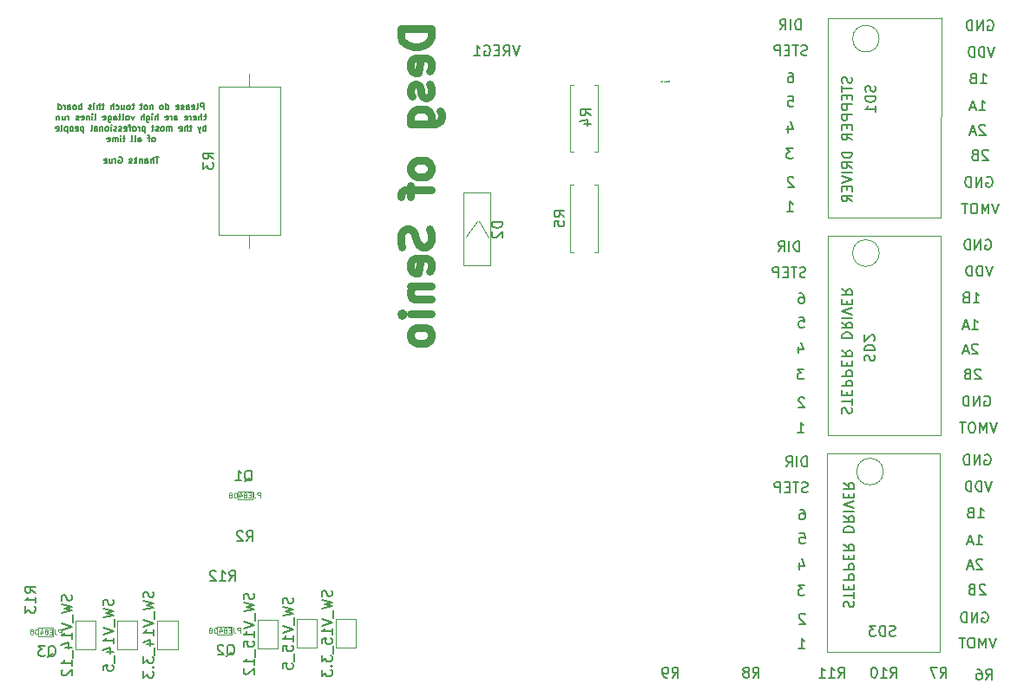
<source format=gbr>
G04 #@! TF.GenerationSoftware,KiCad,Pcbnew,5.1.5+dfsg1-2build2*
G04 #@! TF.CreationDate,2022-04-02T18:44:24-05:00*
G04 #@! TF.ProjectId,caden_final,63616465-6e5f-4666-996e-616c2e6b6963,rev?*
G04 #@! TF.SameCoordinates,Original*
G04 #@! TF.FileFunction,Legend,Bot*
G04 #@! TF.FilePolarity,Positive*
%FSLAX46Y46*%
G04 Gerber Fmt 4.6, Leading zero omitted, Abs format (unit mm)*
G04 Created by KiCad (PCBNEW 5.1.5+dfsg1-2build2) date 2022-04-02 18:44:24*
%MOMM*%
%LPD*%
G04 APERTURE LIST*
%ADD10C,0.025000*%
%ADD11C,0.150000*%
%ADD12C,0.750000*%
%ADD13C,0.120000*%
%ADD14C,0.050000*%
G04 APERTURE END LIST*
D10*
X127450000Y7674761D02*
X127426190Y7574761D01*
X127407142Y7646190D01*
X127388095Y7574761D01*
X127364285Y7674761D01*
X127288095Y7579523D02*
X127297619Y7574761D01*
X127316666Y7574761D01*
X127326190Y7579523D01*
X127330952Y7589047D01*
X127330952Y7627142D01*
X127326190Y7636666D01*
X127316666Y7641428D01*
X127297619Y7641428D01*
X127288095Y7636666D01*
X127283333Y7627142D01*
X127283333Y7617619D01*
X127330952Y7608095D01*
X127150000Y7574761D02*
X127159523Y7579523D01*
X127164285Y7589047D01*
X127164285Y7674761D01*
X127097619Y7574761D02*
X127107142Y7579523D01*
X127111904Y7584285D01*
X127116666Y7593809D01*
X127116666Y7622380D01*
X127111904Y7631904D01*
X127107142Y7636666D01*
X127097619Y7641428D01*
X127083333Y7641428D01*
X127073809Y7636666D01*
X127069047Y7631904D01*
X127064285Y7622380D01*
X127064285Y7593809D01*
X127069047Y7584285D01*
X127073809Y7579523D01*
X127083333Y7574761D01*
X127097619Y7574761D01*
X127030952Y7641428D02*
X127007142Y7574761D01*
X126983333Y7641428D01*
X126907142Y7579523D02*
X126916666Y7574761D01*
X126935714Y7574761D01*
X126945238Y7579523D01*
X126950000Y7589047D01*
X126950000Y7627142D01*
X126945238Y7636666D01*
X126935714Y7641428D01*
X126916666Y7641428D01*
X126907142Y7636666D01*
X126902380Y7627142D01*
X126902380Y7617619D01*
X126950000Y7608095D01*
X126740476Y7574761D02*
X126740476Y7674761D01*
X126740476Y7579523D02*
X126750000Y7574761D01*
X126769047Y7574761D01*
X126778571Y7579523D01*
X126783333Y7584285D01*
X126788095Y7593809D01*
X126788095Y7622380D01*
X126783333Y7631904D01*
X126778571Y7636666D01*
X126769047Y7641428D01*
X126750000Y7641428D01*
X126740476Y7636666D01*
X126678571Y7574761D02*
X126688095Y7579523D01*
X126692857Y7584285D01*
X126697619Y7593809D01*
X126697619Y7622380D01*
X126692857Y7631904D01*
X126688095Y7636666D01*
X126678571Y7641428D01*
X126664285Y7641428D01*
X126654761Y7636666D01*
X126650000Y7631904D01*
X126645238Y7622380D01*
X126645238Y7593809D01*
X126650000Y7584285D01*
X126654761Y7579523D01*
X126664285Y7574761D01*
X126678571Y7574761D01*
X126602380Y7641428D02*
X126602380Y7574761D01*
X126602380Y7631904D02*
X126597619Y7636666D01*
X126588095Y7641428D01*
X126573809Y7641428D01*
X126564285Y7636666D01*
X126559523Y7627142D01*
X126559523Y7574761D01*
D11*
X82015714Y4893571D02*
X82015714Y5493571D01*
X81787142Y5493571D01*
X81730000Y5465000D01*
X81701428Y5436428D01*
X81672857Y5379285D01*
X81672857Y5293571D01*
X81701428Y5236428D01*
X81730000Y5207857D01*
X81787142Y5179285D01*
X82015714Y5179285D01*
X81330000Y4893571D02*
X81387142Y4922142D01*
X81415714Y4979285D01*
X81415714Y5493571D01*
X80872857Y4922142D02*
X80930000Y4893571D01*
X81044285Y4893571D01*
X81101428Y4922142D01*
X81130000Y4979285D01*
X81130000Y5207857D01*
X81101428Y5265000D01*
X81044285Y5293571D01*
X80930000Y5293571D01*
X80872857Y5265000D01*
X80844285Y5207857D01*
X80844285Y5150714D01*
X81130000Y5093571D01*
X80330000Y4893571D02*
X80330000Y5207857D01*
X80358571Y5265000D01*
X80415714Y5293571D01*
X80530000Y5293571D01*
X80587142Y5265000D01*
X80330000Y4922142D02*
X80387142Y4893571D01*
X80530000Y4893571D01*
X80587142Y4922142D01*
X80615714Y4979285D01*
X80615714Y5036428D01*
X80587142Y5093571D01*
X80530000Y5122142D01*
X80387142Y5122142D01*
X80330000Y5150714D01*
X80072857Y4922142D02*
X80015714Y4893571D01*
X79901428Y4893571D01*
X79844285Y4922142D01*
X79815714Y4979285D01*
X79815714Y5007857D01*
X79844285Y5065000D01*
X79901428Y5093571D01*
X79987142Y5093571D01*
X80044285Y5122142D01*
X80072857Y5179285D01*
X80072857Y5207857D01*
X80044285Y5265000D01*
X79987142Y5293571D01*
X79901428Y5293571D01*
X79844285Y5265000D01*
X79330000Y4922142D02*
X79387142Y4893571D01*
X79501428Y4893571D01*
X79558571Y4922142D01*
X79587142Y4979285D01*
X79587142Y5207857D01*
X79558571Y5265000D01*
X79501428Y5293571D01*
X79387142Y5293571D01*
X79330000Y5265000D01*
X79301428Y5207857D01*
X79301428Y5150714D01*
X79587142Y5093571D01*
X78330000Y4893571D02*
X78330000Y5493571D01*
X78330000Y4922142D02*
X78387142Y4893571D01*
X78501428Y4893571D01*
X78558571Y4922142D01*
X78587142Y4950714D01*
X78615714Y5007857D01*
X78615714Y5179285D01*
X78587142Y5236428D01*
X78558571Y5265000D01*
X78501428Y5293571D01*
X78387142Y5293571D01*
X78330000Y5265000D01*
X77958571Y4893571D02*
X78015714Y4922142D01*
X78044285Y4950714D01*
X78072857Y5007857D01*
X78072857Y5179285D01*
X78044285Y5236428D01*
X78015714Y5265000D01*
X77958571Y5293571D01*
X77872857Y5293571D01*
X77815714Y5265000D01*
X77787142Y5236428D01*
X77758571Y5179285D01*
X77758571Y5007857D01*
X77787142Y4950714D01*
X77815714Y4922142D01*
X77872857Y4893571D01*
X77958571Y4893571D01*
X77044285Y5293571D02*
X77044285Y4893571D01*
X77044285Y5236428D02*
X77015714Y5265000D01*
X76958571Y5293571D01*
X76872857Y5293571D01*
X76815714Y5265000D01*
X76787142Y5207857D01*
X76787142Y4893571D01*
X76415714Y4893571D02*
X76472857Y4922142D01*
X76501428Y4950714D01*
X76530000Y5007857D01*
X76530000Y5179285D01*
X76501428Y5236428D01*
X76472857Y5265000D01*
X76415714Y5293571D01*
X76330000Y5293571D01*
X76272857Y5265000D01*
X76244285Y5236428D01*
X76215714Y5179285D01*
X76215714Y5007857D01*
X76244285Y4950714D01*
X76272857Y4922142D01*
X76330000Y4893571D01*
X76415714Y4893571D01*
X76044285Y5293571D02*
X75815714Y5293571D01*
X75958571Y5493571D02*
X75958571Y4979285D01*
X75930000Y4922142D01*
X75872857Y4893571D01*
X75815714Y4893571D01*
X75244285Y5293571D02*
X75015714Y5293571D01*
X75158571Y5493571D02*
X75158571Y4979285D01*
X75130000Y4922142D01*
X75072857Y4893571D01*
X75015714Y4893571D01*
X74730000Y4893571D02*
X74787142Y4922142D01*
X74815714Y4950714D01*
X74844285Y5007857D01*
X74844285Y5179285D01*
X74815714Y5236428D01*
X74787142Y5265000D01*
X74730000Y5293571D01*
X74644285Y5293571D01*
X74587142Y5265000D01*
X74558571Y5236428D01*
X74530000Y5179285D01*
X74530000Y5007857D01*
X74558571Y4950714D01*
X74587142Y4922142D01*
X74644285Y4893571D01*
X74730000Y4893571D01*
X74015714Y5293571D02*
X74015714Y4893571D01*
X74272857Y5293571D02*
X74272857Y4979285D01*
X74244285Y4922142D01*
X74187142Y4893571D01*
X74101428Y4893571D01*
X74044285Y4922142D01*
X74015714Y4950714D01*
X73472857Y4922142D02*
X73530000Y4893571D01*
X73644285Y4893571D01*
X73701428Y4922142D01*
X73730000Y4950714D01*
X73758571Y5007857D01*
X73758571Y5179285D01*
X73730000Y5236428D01*
X73701428Y5265000D01*
X73644285Y5293571D01*
X73530000Y5293571D01*
X73472857Y5265000D01*
X73215714Y4893571D02*
X73215714Y5493571D01*
X72958571Y4893571D02*
X72958571Y5207857D01*
X72987142Y5265000D01*
X73044285Y5293571D01*
X73130000Y5293571D01*
X73187142Y5265000D01*
X73215714Y5236428D01*
X72301428Y5293571D02*
X72072857Y5293571D01*
X72215714Y5493571D02*
X72215714Y4979285D01*
X72187142Y4922142D01*
X72130000Y4893571D01*
X72072857Y4893571D01*
X71872857Y4893571D02*
X71872857Y5493571D01*
X71615714Y4893571D02*
X71615714Y5207857D01*
X71644285Y5265000D01*
X71701428Y5293571D01*
X71787142Y5293571D01*
X71844285Y5265000D01*
X71872857Y5236428D01*
X71330000Y4893571D02*
X71330000Y5293571D01*
X71330000Y5493571D02*
X71358571Y5465000D01*
X71330000Y5436428D01*
X71301428Y5465000D01*
X71330000Y5493571D01*
X71330000Y5436428D01*
X71072857Y4922142D02*
X71015714Y4893571D01*
X70901428Y4893571D01*
X70844285Y4922142D01*
X70815714Y4979285D01*
X70815714Y5007857D01*
X70844285Y5065000D01*
X70901428Y5093571D01*
X70987142Y5093571D01*
X71044285Y5122142D01*
X71072857Y5179285D01*
X71072857Y5207857D01*
X71044285Y5265000D01*
X70987142Y5293571D01*
X70901428Y5293571D01*
X70844285Y5265000D01*
X70101428Y4893571D02*
X70101428Y5493571D01*
X70101428Y5265000D02*
X70044285Y5293571D01*
X69930000Y5293571D01*
X69872857Y5265000D01*
X69844285Y5236428D01*
X69815714Y5179285D01*
X69815714Y5007857D01*
X69844285Y4950714D01*
X69872857Y4922142D01*
X69930000Y4893571D01*
X70044285Y4893571D01*
X70101428Y4922142D01*
X69472857Y4893571D02*
X69530000Y4922142D01*
X69558571Y4950714D01*
X69587142Y5007857D01*
X69587142Y5179285D01*
X69558571Y5236428D01*
X69530000Y5265000D01*
X69472857Y5293571D01*
X69387142Y5293571D01*
X69330000Y5265000D01*
X69301428Y5236428D01*
X69272857Y5179285D01*
X69272857Y5007857D01*
X69301428Y4950714D01*
X69330000Y4922142D01*
X69387142Y4893571D01*
X69472857Y4893571D01*
X68758571Y4893571D02*
X68758571Y5207857D01*
X68787142Y5265000D01*
X68844285Y5293571D01*
X68958571Y5293571D01*
X69015714Y5265000D01*
X68758571Y4922142D02*
X68815714Y4893571D01*
X68958571Y4893571D01*
X69015714Y4922142D01*
X69044285Y4979285D01*
X69044285Y5036428D01*
X69015714Y5093571D01*
X68958571Y5122142D01*
X68815714Y5122142D01*
X68758571Y5150714D01*
X68472857Y4893571D02*
X68472857Y5293571D01*
X68472857Y5179285D02*
X68444285Y5236428D01*
X68415714Y5265000D01*
X68358571Y5293571D01*
X68301428Y5293571D01*
X67844285Y4893571D02*
X67844285Y5493571D01*
X67844285Y4922142D02*
X67901428Y4893571D01*
X68015714Y4893571D01*
X68072857Y4922142D01*
X68101428Y4950714D01*
X68130000Y5007857D01*
X68130000Y5179285D01*
X68101428Y5236428D01*
X68072857Y5265000D01*
X68015714Y5293571D01*
X67901428Y5293571D01*
X67844285Y5265000D01*
X82258571Y4243571D02*
X82030000Y4243571D01*
X82172857Y4443571D02*
X82172857Y3929285D01*
X82144285Y3872142D01*
X82087142Y3843571D01*
X82030000Y3843571D01*
X81830000Y3843571D02*
X81830000Y4443571D01*
X81572857Y3843571D02*
X81572857Y4157857D01*
X81601428Y4215000D01*
X81658571Y4243571D01*
X81744285Y4243571D01*
X81801428Y4215000D01*
X81830000Y4186428D01*
X81058571Y3872142D02*
X81115714Y3843571D01*
X81230000Y3843571D01*
X81287142Y3872142D01*
X81315714Y3929285D01*
X81315714Y4157857D01*
X81287142Y4215000D01*
X81230000Y4243571D01*
X81115714Y4243571D01*
X81058571Y4215000D01*
X81030000Y4157857D01*
X81030000Y4100714D01*
X81315714Y4043571D01*
X80772857Y3843571D02*
X80772857Y4243571D01*
X80772857Y4129285D02*
X80744285Y4186428D01*
X80715714Y4215000D01*
X80658571Y4243571D01*
X80601428Y4243571D01*
X80172857Y3872142D02*
X80230000Y3843571D01*
X80344285Y3843571D01*
X80401428Y3872142D01*
X80430000Y3929285D01*
X80430000Y4157857D01*
X80401428Y4215000D01*
X80344285Y4243571D01*
X80230000Y4243571D01*
X80172857Y4215000D01*
X80144285Y4157857D01*
X80144285Y4100714D01*
X80430000Y4043571D01*
X79172857Y3843571D02*
X79172857Y4157857D01*
X79201428Y4215000D01*
X79258571Y4243571D01*
X79372857Y4243571D01*
X79430000Y4215000D01*
X79172857Y3872142D02*
X79230000Y3843571D01*
X79372857Y3843571D01*
X79430000Y3872142D01*
X79458571Y3929285D01*
X79458571Y3986428D01*
X79430000Y4043571D01*
X79372857Y4072142D01*
X79230000Y4072142D01*
X79172857Y4100714D01*
X78887142Y3843571D02*
X78887142Y4243571D01*
X78887142Y4129285D02*
X78858571Y4186428D01*
X78830000Y4215000D01*
X78772857Y4243571D01*
X78715714Y4243571D01*
X78287142Y3872142D02*
X78344285Y3843571D01*
X78458571Y3843571D01*
X78515714Y3872142D01*
X78544285Y3929285D01*
X78544285Y4157857D01*
X78515714Y4215000D01*
X78458571Y4243571D01*
X78344285Y4243571D01*
X78287142Y4215000D01*
X78258571Y4157857D01*
X78258571Y4100714D01*
X78544285Y4043571D01*
X77544285Y3843571D02*
X77544285Y4443571D01*
X77287142Y3843571D02*
X77287142Y4157857D01*
X77315714Y4215000D01*
X77372857Y4243571D01*
X77458571Y4243571D01*
X77515714Y4215000D01*
X77544285Y4186428D01*
X77001428Y3843571D02*
X77001428Y4243571D01*
X77001428Y4443571D02*
X77030000Y4415000D01*
X77001428Y4386428D01*
X76972857Y4415000D01*
X77001428Y4443571D01*
X77001428Y4386428D01*
X76458571Y4243571D02*
X76458571Y3757857D01*
X76487142Y3700714D01*
X76515714Y3672142D01*
X76572857Y3643571D01*
X76658571Y3643571D01*
X76715714Y3672142D01*
X76458571Y3872142D02*
X76515714Y3843571D01*
X76630000Y3843571D01*
X76687142Y3872142D01*
X76715714Y3900714D01*
X76744285Y3957857D01*
X76744285Y4129285D01*
X76715714Y4186428D01*
X76687142Y4215000D01*
X76630000Y4243571D01*
X76515714Y4243571D01*
X76458571Y4215000D01*
X76172857Y3843571D02*
X76172857Y4443571D01*
X75915714Y3843571D02*
X75915714Y4157857D01*
X75944285Y4215000D01*
X76001428Y4243571D01*
X76087142Y4243571D01*
X76144285Y4215000D01*
X76172857Y4186428D01*
X75230000Y4243571D02*
X75087142Y3843571D01*
X74944285Y4243571D01*
X74630000Y3843571D02*
X74687142Y3872142D01*
X74715714Y3900714D01*
X74744285Y3957857D01*
X74744285Y4129285D01*
X74715714Y4186428D01*
X74687142Y4215000D01*
X74630000Y4243571D01*
X74544285Y4243571D01*
X74487142Y4215000D01*
X74458571Y4186428D01*
X74430000Y4129285D01*
X74430000Y3957857D01*
X74458571Y3900714D01*
X74487142Y3872142D01*
X74544285Y3843571D01*
X74630000Y3843571D01*
X74087142Y3843571D02*
X74144285Y3872142D01*
X74172857Y3929285D01*
X74172857Y4443571D01*
X73944285Y4243571D02*
X73715714Y4243571D01*
X73858571Y4443571D02*
X73858571Y3929285D01*
X73830000Y3872142D01*
X73772857Y3843571D01*
X73715714Y3843571D01*
X73258571Y3843571D02*
X73258571Y4157857D01*
X73287142Y4215000D01*
X73344285Y4243571D01*
X73458571Y4243571D01*
X73515714Y4215000D01*
X73258571Y3872142D02*
X73315714Y3843571D01*
X73458571Y3843571D01*
X73515714Y3872142D01*
X73544285Y3929285D01*
X73544285Y3986428D01*
X73515714Y4043571D01*
X73458571Y4072142D01*
X73315714Y4072142D01*
X73258571Y4100714D01*
X72715714Y4243571D02*
X72715714Y3757857D01*
X72744285Y3700714D01*
X72772857Y3672142D01*
X72830000Y3643571D01*
X72915714Y3643571D01*
X72972857Y3672142D01*
X72715714Y3872142D02*
X72772857Y3843571D01*
X72887142Y3843571D01*
X72944285Y3872142D01*
X72972857Y3900714D01*
X73001428Y3957857D01*
X73001428Y4129285D01*
X72972857Y4186428D01*
X72944285Y4215000D01*
X72887142Y4243571D01*
X72772857Y4243571D01*
X72715714Y4215000D01*
X72201428Y3872142D02*
X72258571Y3843571D01*
X72372857Y3843571D01*
X72430000Y3872142D01*
X72458571Y3929285D01*
X72458571Y4157857D01*
X72430000Y4215000D01*
X72372857Y4243571D01*
X72258571Y4243571D01*
X72201428Y4215000D01*
X72172857Y4157857D01*
X72172857Y4100714D01*
X72458571Y4043571D01*
X71372857Y3843571D02*
X71430000Y3872142D01*
X71458571Y3929285D01*
X71458571Y4443571D01*
X71144285Y3843571D02*
X71144285Y4243571D01*
X71144285Y4443571D02*
X71172857Y4415000D01*
X71144285Y4386428D01*
X71115714Y4415000D01*
X71144285Y4443571D01*
X71144285Y4386428D01*
X70858571Y4243571D02*
X70858571Y3843571D01*
X70858571Y4186428D02*
X70830000Y4215000D01*
X70772857Y4243571D01*
X70687142Y4243571D01*
X70630000Y4215000D01*
X70601428Y4157857D01*
X70601428Y3843571D01*
X70087142Y3872142D02*
X70144285Y3843571D01*
X70258571Y3843571D01*
X70315714Y3872142D01*
X70344285Y3929285D01*
X70344285Y4157857D01*
X70315714Y4215000D01*
X70258571Y4243571D01*
X70144285Y4243571D01*
X70087142Y4215000D01*
X70058571Y4157857D01*
X70058571Y4100714D01*
X70344285Y4043571D01*
X69830000Y3872142D02*
X69772857Y3843571D01*
X69658571Y3843571D01*
X69601428Y3872142D01*
X69572857Y3929285D01*
X69572857Y3957857D01*
X69601428Y4015000D01*
X69658571Y4043571D01*
X69744285Y4043571D01*
X69801428Y4072142D01*
X69830000Y4129285D01*
X69830000Y4157857D01*
X69801428Y4215000D01*
X69744285Y4243571D01*
X69658571Y4243571D01*
X69601428Y4215000D01*
X68858571Y3843571D02*
X68858571Y4243571D01*
X68858571Y4129285D02*
X68830000Y4186428D01*
X68801428Y4215000D01*
X68744285Y4243571D01*
X68687142Y4243571D01*
X68230000Y4243571D02*
X68230000Y3843571D01*
X68487142Y4243571D02*
X68487142Y3929285D01*
X68458571Y3872142D01*
X68401428Y3843571D01*
X68315714Y3843571D01*
X68258571Y3872142D01*
X68230000Y3900714D01*
X67944285Y4243571D02*
X67944285Y3843571D01*
X67944285Y4186428D02*
X67915714Y4215000D01*
X67858571Y4243571D01*
X67772857Y4243571D01*
X67715714Y4215000D01*
X67687142Y4157857D01*
X67687142Y3843571D01*
X82230000Y2793571D02*
X82230000Y3393571D01*
X82230000Y3165000D02*
X82172857Y3193571D01*
X82058571Y3193571D01*
X82001428Y3165000D01*
X81972857Y3136428D01*
X81944285Y3079285D01*
X81944285Y2907857D01*
X81972857Y2850714D01*
X82001428Y2822142D01*
X82058571Y2793571D01*
X82172857Y2793571D01*
X82230000Y2822142D01*
X81744285Y3193571D02*
X81601428Y2793571D01*
X81458571Y3193571D02*
X81601428Y2793571D01*
X81658571Y2650714D01*
X81687142Y2622142D01*
X81744285Y2593571D01*
X80858571Y3193571D02*
X80630000Y3193571D01*
X80772857Y3393571D02*
X80772857Y2879285D01*
X80744285Y2822142D01*
X80687142Y2793571D01*
X80630000Y2793571D01*
X80430000Y2793571D02*
X80430000Y3393571D01*
X80172857Y2793571D02*
X80172857Y3107857D01*
X80201428Y3165000D01*
X80258571Y3193571D01*
X80344285Y3193571D01*
X80401428Y3165000D01*
X80430000Y3136428D01*
X79658571Y2822142D02*
X79715714Y2793571D01*
X79830000Y2793571D01*
X79887142Y2822142D01*
X79915714Y2879285D01*
X79915714Y3107857D01*
X79887142Y3165000D01*
X79830000Y3193571D01*
X79715714Y3193571D01*
X79658571Y3165000D01*
X79630000Y3107857D01*
X79630000Y3050714D01*
X79915714Y2993571D01*
X78915714Y2793571D02*
X78915714Y3193571D01*
X78915714Y3136428D02*
X78887142Y3165000D01*
X78830000Y3193571D01*
X78744285Y3193571D01*
X78687142Y3165000D01*
X78658571Y3107857D01*
X78658571Y2793571D01*
X78658571Y3107857D02*
X78630000Y3165000D01*
X78572857Y3193571D01*
X78487142Y3193571D01*
X78430000Y3165000D01*
X78401428Y3107857D01*
X78401428Y2793571D01*
X78030000Y2793571D02*
X78087142Y2822142D01*
X78115714Y2850714D01*
X78144285Y2907857D01*
X78144285Y3079285D01*
X78115714Y3136428D01*
X78087142Y3165000D01*
X78030000Y3193571D01*
X77944285Y3193571D01*
X77887142Y3165000D01*
X77858571Y3136428D01*
X77830000Y3079285D01*
X77830000Y2907857D01*
X77858571Y2850714D01*
X77887142Y2822142D01*
X77944285Y2793571D01*
X78030000Y2793571D01*
X77601428Y2822142D02*
X77544285Y2793571D01*
X77430000Y2793571D01*
X77372857Y2822142D01*
X77344285Y2879285D01*
X77344285Y2907857D01*
X77372857Y2965000D01*
X77430000Y2993571D01*
X77515714Y2993571D01*
X77572857Y3022142D01*
X77601428Y3079285D01*
X77601428Y3107857D01*
X77572857Y3165000D01*
X77515714Y3193571D01*
X77430000Y3193571D01*
X77372857Y3165000D01*
X77172857Y3193571D02*
X76944285Y3193571D01*
X77087142Y3393571D02*
X77087142Y2879285D01*
X77058571Y2822142D01*
X77001428Y2793571D01*
X76944285Y2793571D01*
X76287142Y3193571D02*
X76287142Y2593571D01*
X76287142Y3165000D02*
X76230000Y3193571D01*
X76115714Y3193571D01*
X76058571Y3165000D01*
X76030000Y3136428D01*
X76001428Y3079285D01*
X76001428Y2907857D01*
X76030000Y2850714D01*
X76058571Y2822142D01*
X76115714Y2793571D01*
X76230000Y2793571D01*
X76287142Y2822142D01*
X75744285Y2793571D02*
X75744285Y3193571D01*
X75744285Y3079285D02*
X75715714Y3136428D01*
X75687142Y3165000D01*
X75630000Y3193571D01*
X75572857Y3193571D01*
X75287142Y2793571D02*
X75344285Y2822142D01*
X75372857Y2850714D01*
X75401428Y2907857D01*
X75401428Y3079285D01*
X75372857Y3136428D01*
X75344285Y3165000D01*
X75287142Y3193571D01*
X75201428Y3193571D01*
X75144285Y3165000D01*
X75115714Y3136428D01*
X75087142Y3079285D01*
X75087142Y2907857D01*
X75115714Y2850714D01*
X75144285Y2822142D01*
X75201428Y2793571D01*
X75287142Y2793571D01*
X74915714Y3193571D02*
X74687142Y3193571D01*
X74830000Y2793571D02*
X74830000Y3307857D01*
X74801428Y3365000D01*
X74744285Y3393571D01*
X74687142Y3393571D01*
X74258571Y2822142D02*
X74315714Y2793571D01*
X74430000Y2793571D01*
X74487142Y2822142D01*
X74515714Y2879285D01*
X74515714Y3107857D01*
X74487142Y3165000D01*
X74430000Y3193571D01*
X74315714Y3193571D01*
X74258571Y3165000D01*
X74230000Y3107857D01*
X74230000Y3050714D01*
X74515714Y2993571D01*
X74001428Y2822142D02*
X73944285Y2793571D01*
X73830000Y2793571D01*
X73772857Y2822142D01*
X73744285Y2879285D01*
X73744285Y2907857D01*
X73772857Y2965000D01*
X73830000Y2993571D01*
X73915714Y2993571D01*
X73972857Y3022142D01*
X74001428Y3079285D01*
X74001428Y3107857D01*
X73972857Y3165000D01*
X73915714Y3193571D01*
X73830000Y3193571D01*
X73772857Y3165000D01*
X73515714Y2822142D02*
X73458571Y2793571D01*
X73344285Y2793571D01*
X73287142Y2822142D01*
X73258571Y2879285D01*
X73258571Y2907857D01*
X73287142Y2965000D01*
X73344285Y2993571D01*
X73430000Y2993571D01*
X73487142Y3022142D01*
X73515714Y3079285D01*
X73515714Y3107857D01*
X73487142Y3165000D01*
X73430000Y3193571D01*
X73344285Y3193571D01*
X73287142Y3165000D01*
X73001428Y2793571D02*
X73001428Y3193571D01*
X73001428Y3393571D02*
X73030000Y3365000D01*
X73001428Y3336428D01*
X72972857Y3365000D01*
X73001428Y3393571D01*
X73001428Y3336428D01*
X72630000Y2793571D02*
X72687142Y2822142D01*
X72715714Y2850714D01*
X72744285Y2907857D01*
X72744285Y3079285D01*
X72715714Y3136428D01*
X72687142Y3165000D01*
X72630000Y3193571D01*
X72544285Y3193571D01*
X72487142Y3165000D01*
X72458571Y3136428D01*
X72430000Y3079285D01*
X72430000Y2907857D01*
X72458571Y2850714D01*
X72487142Y2822142D01*
X72544285Y2793571D01*
X72630000Y2793571D01*
X72172857Y3193571D02*
X72172857Y2793571D01*
X72172857Y3136428D02*
X72144285Y3165000D01*
X72087142Y3193571D01*
X72001428Y3193571D01*
X71944285Y3165000D01*
X71915714Y3107857D01*
X71915714Y2793571D01*
X71372857Y2793571D02*
X71372857Y3107857D01*
X71401428Y3165000D01*
X71458571Y3193571D01*
X71572857Y3193571D01*
X71630000Y3165000D01*
X71372857Y2822142D02*
X71430000Y2793571D01*
X71572857Y2793571D01*
X71630000Y2822142D01*
X71658571Y2879285D01*
X71658571Y2936428D01*
X71630000Y2993571D01*
X71572857Y3022142D01*
X71430000Y3022142D01*
X71372857Y3050714D01*
X71001428Y2793571D02*
X71058571Y2822142D01*
X71087142Y2879285D01*
X71087142Y3393571D01*
X70315714Y3193571D02*
X70315714Y2593571D01*
X70315714Y3165000D02*
X70258571Y3193571D01*
X70144285Y3193571D01*
X70087142Y3165000D01*
X70058571Y3136428D01*
X70030000Y3079285D01*
X70030000Y2907857D01*
X70058571Y2850714D01*
X70087142Y2822142D01*
X70144285Y2793571D01*
X70258571Y2793571D01*
X70315714Y2822142D01*
X69544285Y2822142D02*
X69601428Y2793571D01*
X69715714Y2793571D01*
X69772857Y2822142D01*
X69801428Y2879285D01*
X69801428Y3107857D01*
X69772857Y3165000D01*
X69715714Y3193571D01*
X69601428Y3193571D01*
X69544285Y3165000D01*
X69515714Y3107857D01*
X69515714Y3050714D01*
X69801428Y2993571D01*
X69172857Y2793571D02*
X69230000Y2822142D01*
X69258571Y2850714D01*
X69287142Y2907857D01*
X69287142Y3079285D01*
X69258571Y3136428D01*
X69230000Y3165000D01*
X69172857Y3193571D01*
X69087142Y3193571D01*
X69030000Y3165000D01*
X69001428Y3136428D01*
X68972857Y3079285D01*
X68972857Y2907857D01*
X69001428Y2850714D01*
X69030000Y2822142D01*
X69087142Y2793571D01*
X69172857Y2793571D01*
X68715714Y3193571D02*
X68715714Y2593571D01*
X68715714Y3165000D02*
X68658571Y3193571D01*
X68544285Y3193571D01*
X68487142Y3165000D01*
X68458571Y3136428D01*
X68430000Y3079285D01*
X68430000Y2907857D01*
X68458571Y2850714D01*
X68487142Y2822142D01*
X68544285Y2793571D01*
X68658571Y2793571D01*
X68715714Y2822142D01*
X68087142Y2793571D02*
X68144285Y2822142D01*
X68172857Y2879285D01*
X68172857Y3393571D01*
X67630000Y2822142D02*
X67687142Y2793571D01*
X67801428Y2793571D01*
X67858571Y2822142D01*
X67887142Y2879285D01*
X67887142Y3107857D01*
X67858571Y3165000D01*
X67801428Y3193571D01*
X67687142Y3193571D01*
X67630000Y3165000D01*
X67601428Y3107857D01*
X67601428Y3050714D01*
X67887142Y2993571D01*
X77158571Y1743571D02*
X77215714Y1772142D01*
X77244285Y1800714D01*
X77272857Y1857857D01*
X77272857Y2029285D01*
X77244285Y2086428D01*
X77215714Y2115000D01*
X77158571Y2143571D01*
X77072857Y2143571D01*
X77015714Y2115000D01*
X76987142Y2086428D01*
X76958571Y2029285D01*
X76958571Y1857857D01*
X76987142Y1800714D01*
X77015714Y1772142D01*
X77072857Y1743571D01*
X77158571Y1743571D01*
X76787142Y2143571D02*
X76558571Y2143571D01*
X76701428Y1743571D02*
X76701428Y2257857D01*
X76672857Y2315000D01*
X76615714Y2343571D01*
X76558571Y2343571D01*
X75644285Y1743571D02*
X75644285Y2057857D01*
X75672857Y2115000D01*
X75730000Y2143571D01*
X75844285Y2143571D01*
X75901428Y2115000D01*
X75644285Y1772142D02*
X75701428Y1743571D01*
X75844285Y1743571D01*
X75901428Y1772142D01*
X75930000Y1829285D01*
X75930000Y1886428D01*
X75901428Y1943571D01*
X75844285Y1972142D01*
X75701428Y1972142D01*
X75644285Y2000714D01*
X75272857Y1743571D02*
X75330000Y1772142D01*
X75358571Y1829285D01*
X75358571Y2343571D01*
X74958571Y1743571D02*
X75015714Y1772142D01*
X75044285Y1829285D01*
X75044285Y2343571D01*
X74358571Y2143571D02*
X74130000Y2143571D01*
X74272857Y2343571D02*
X74272857Y1829285D01*
X74244285Y1772142D01*
X74187142Y1743571D01*
X74130000Y1743571D01*
X73930000Y1743571D02*
X73930000Y2143571D01*
X73930000Y2343571D02*
X73958571Y2315000D01*
X73930000Y2286428D01*
X73901428Y2315000D01*
X73930000Y2343571D01*
X73930000Y2286428D01*
X73644285Y1743571D02*
X73644285Y2143571D01*
X73644285Y2086428D02*
X73615714Y2115000D01*
X73558571Y2143571D01*
X73472857Y2143571D01*
X73415714Y2115000D01*
X73387142Y2057857D01*
X73387142Y1743571D01*
X73387142Y2057857D02*
X73358571Y2115000D01*
X73301428Y2143571D01*
X73215714Y2143571D01*
X73158571Y2115000D01*
X73130000Y2057857D01*
X73130000Y1743571D01*
X72615714Y1772142D02*
X72672857Y1743571D01*
X72787142Y1743571D01*
X72844285Y1772142D01*
X72872857Y1829285D01*
X72872857Y2057857D01*
X72844285Y2115000D01*
X72787142Y2143571D01*
X72672857Y2143571D01*
X72615714Y2115000D01*
X72587142Y2057857D01*
X72587142Y2000714D01*
X72872857Y1943571D01*
X77644285Y243571D02*
X77301428Y243571D01*
X77472857Y-356428D02*
X77472857Y243571D01*
X77101428Y-356428D02*
X77101428Y243571D01*
X76844285Y-356428D02*
X76844285Y-42142D01*
X76872857Y15000D01*
X76930000Y43571D01*
X77015714Y43571D01*
X77072857Y15000D01*
X77101428Y-13571D01*
X76301428Y-356428D02*
X76301428Y-42142D01*
X76330000Y15000D01*
X76387142Y43571D01*
X76501428Y43571D01*
X76558571Y15000D01*
X76301428Y-327857D02*
X76358571Y-356428D01*
X76501428Y-356428D01*
X76558571Y-327857D01*
X76587142Y-270714D01*
X76587142Y-213571D01*
X76558571Y-156428D01*
X76501428Y-127857D01*
X76358571Y-127857D01*
X76301428Y-99285D01*
X76015714Y43571D02*
X76015714Y-356428D01*
X76015714Y-13571D02*
X75987142Y15000D01*
X75930000Y43571D01*
X75844285Y43571D01*
X75787142Y15000D01*
X75758571Y-42142D01*
X75758571Y-356428D01*
X75472857Y-356428D02*
X75472857Y243571D01*
X75415714Y-127857D02*
X75244285Y-356428D01*
X75244285Y43571D02*
X75472857Y-185000D01*
X75015714Y-327857D02*
X74958571Y-356428D01*
X74844285Y-356428D01*
X74787142Y-327857D01*
X74758571Y-270714D01*
X74758571Y-242142D01*
X74787142Y-185000D01*
X74844285Y-156428D01*
X74930000Y-156428D01*
X74987142Y-127857D01*
X75015714Y-70714D01*
X75015714Y-42142D01*
X74987142Y15000D01*
X74930000Y43571D01*
X74844285Y43571D01*
X74787142Y15000D01*
X73730000Y215000D02*
X73787142Y243571D01*
X73872857Y243571D01*
X73958571Y215000D01*
X74015714Y157857D01*
X74044285Y100714D01*
X74072857Y-13571D01*
X74072857Y-99285D01*
X74044285Y-213571D01*
X74015714Y-270714D01*
X73958571Y-327857D01*
X73872857Y-356428D01*
X73815714Y-356428D01*
X73730000Y-327857D01*
X73701428Y-299285D01*
X73701428Y-99285D01*
X73815714Y-99285D01*
X73444285Y-356428D02*
X73444285Y43571D01*
X73444285Y-70714D02*
X73415714Y-13571D01*
X73387142Y15000D01*
X73330000Y43571D01*
X73272857Y43571D01*
X72815714Y43571D02*
X72815714Y-356428D01*
X73072857Y43571D02*
X73072857Y-270714D01*
X73044285Y-327857D01*
X72987142Y-356428D01*
X72901428Y-356428D01*
X72844285Y-327857D01*
X72815714Y-299285D01*
X72301428Y-327857D02*
X72358571Y-356428D01*
X72472857Y-356428D01*
X72530000Y-327857D01*
X72558571Y-270714D01*
X72558571Y-42142D01*
X72530000Y15000D01*
X72472857Y43571D01*
X72358571Y43571D01*
X72301428Y15000D01*
X72272857Y-42142D01*
X72272857Y-99285D01*
X72558571Y-156428D01*
D12*
X104227142Y12745714D02*
X101227142Y12745714D01*
X101227142Y12031428D01*
X101370000Y11602857D01*
X101655714Y11317142D01*
X101941428Y11174285D01*
X102512857Y11031428D01*
X102941428Y11031428D01*
X103512857Y11174285D01*
X103798571Y11317142D01*
X104084285Y11602857D01*
X104227142Y12031428D01*
X104227142Y12745714D01*
X104084285Y8602857D02*
X104227142Y8888571D01*
X104227142Y9460000D01*
X104084285Y9745714D01*
X103798571Y9888571D01*
X102655714Y9888571D01*
X102370000Y9745714D01*
X102227142Y9460000D01*
X102227142Y8888571D01*
X102370000Y8602857D01*
X102655714Y8460000D01*
X102941428Y8460000D01*
X103227142Y9888571D01*
X104084285Y7317142D02*
X104227142Y7031428D01*
X104227142Y6460000D01*
X104084285Y6174285D01*
X103798571Y6031428D01*
X103655714Y6031428D01*
X103370000Y6174285D01*
X103227142Y6460000D01*
X103227142Y6888571D01*
X103084285Y7174285D01*
X102798571Y7317142D01*
X102655714Y7317142D01*
X102370000Y7174285D01*
X102227142Y6888571D01*
X102227142Y6460000D01*
X102370000Y6174285D01*
X102227142Y3460000D02*
X104655714Y3460000D01*
X104941428Y3602857D01*
X105084285Y3745714D01*
X105227142Y4031428D01*
X105227142Y4460000D01*
X105084285Y4745714D01*
X104084285Y3460000D02*
X104227142Y3745714D01*
X104227142Y4317142D01*
X104084285Y4602857D01*
X103941428Y4745714D01*
X103655714Y4888571D01*
X102798571Y4888571D01*
X102512857Y4745714D01*
X102370000Y4602857D01*
X102227142Y4317142D01*
X102227142Y3745714D01*
X102370000Y3460000D01*
X104227142Y-682857D02*
X104084285Y-397142D01*
X103941428Y-254285D01*
X103655714Y-111428D01*
X102798571Y-111428D01*
X102512857Y-254285D01*
X102370000Y-397142D01*
X102227142Y-682857D01*
X102227142Y-1111428D01*
X102370000Y-1397142D01*
X102512857Y-1540000D01*
X102798571Y-1682857D01*
X103655714Y-1682857D01*
X103941428Y-1540000D01*
X104084285Y-1397142D01*
X104227142Y-1111428D01*
X104227142Y-682857D01*
X102227142Y-2540000D02*
X102227142Y-3682857D01*
X104227142Y-2968571D02*
X101655714Y-2968571D01*
X101370000Y-3111428D01*
X101227142Y-3397142D01*
X101227142Y-3682857D01*
X104084285Y-6825714D02*
X104227142Y-7254285D01*
X104227142Y-7968571D01*
X104084285Y-8254285D01*
X103941428Y-8397142D01*
X103655714Y-8540000D01*
X103370000Y-8540000D01*
X103084285Y-8397142D01*
X102941428Y-8254285D01*
X102798571Y-7968571D01*
X102655714Y-7397142D01*
X102512857Y-7111428D01*
X102370000Y-6968571D01*
X102084285Y-6825714D01*
X101798571Y-6825714D01*
X101512857Y-6968571D01*
X101370000Y-7111428D01*
X101227142Y-7397142D01*
X101227142Y-8111428D01*
X101370000Y-8540000D01*
X104084285Y-10968571D02*
X104227142Y-10682857D01*
X104227142Y-10111428D01*
X104084285Y-9825714D01*
X103798571Y-9682857D01*
X102655714Y-9682857D01*
X102370000Y-9825714D01*
X102227142Y-10111428D01*
X102227142Y-10682857D01*
X102370000Y-10968571D01*
X102655714Y-11111428D01*
X102941428Y-11111428D01*
X103227142Y-9682857D01*
X102227142Y-12397142D02*
X104227142Y-12397142D01*
X102512857Y-12397142D02*
X102370000Y-12540000D01*
X102227142Y-12825714D01*
X102227142Y-13254285D01*
X102370000Y-13540000D01*
X102655714Y-13682857D01*
X104227142Y-13682857D01*
X104227142Y-15111428D02*
X102227142Y-15111428D01*
X101227142Y-15111428D02*
X101370000Y-14968571D01*
X101512857Y-15111428D01*
X101370000Y-15254285D01*
X101227142Y-15111428D01*
X101512857Y-15111428D01*
X104227142Y-16968571D02*
X104084285Y-16682857D01*
X103941428Y-16540000D01*
X103655714Y-16397142D01*
X102798571Y-16397142D01*
X102512857Y-16540000D01*
X102370000Y-16682857D01*
X102227142Y-16968571D01*
X102227142Y-17397142D01*
X102370000Y-17682857D01*
X102512857Y-17825714D01*
X102798571Y-17968571D01*
X103655714Y-17968571D01*
X103941428Y-17825714D01*
X104084285Y-17682857D01*
X104227142Y-17397142D01*
X104227142Y-16968571D01*
D13*
X142929500Y-5706000D02*
X153929500Y-5706000D01*
X153929500Y-5706000D02*
X154029500Y13894000D01*
X154029500Y13794000D02*
X142929500Y13794000D01*
X142929500Y13794000D02*
X142929500Y-5706000D01*
X147929077Y11794000D02*
G75*
G03X147929077Y11794000I-1299577J0D01*
G01*
X142829500Y-48087500D02*
X153829500Y-48087500D01*
X153829500Y-48087500D02*
X153829500Y-28687500D01*
X153829500Y-28687500D02*
X142829500Y-28687500D01*
X142829500Y-28687500D02*
X142829500Y-48087500D01*
X148329077Y-30487500D02*
G75*
G03X148329077Y-30487500I-1299577J0D01*
G01*
X147929077Y-9146750D02*
G75*
G03X147929077Y-9146750I-1299577J0D01*
G01*
X142929500Y-7446750D02*
X142929500Y-26946750D01*
X153929500Y-7446750D02*
X142929500Y-7446750D01*
X153929500Y-26946750D02*
X153929500Y-7446750D01*
X142929500Y-26946750D02*
X153929500Y-26946750D01*
X109985000Y-10358000D02*
X109985000Y-3258000D01*
X109985000Y-3258000D02*
X107385000Y-3258000D01*
X107385000Y-3258000D02*
X107385000Y-10358000D01*
X107385000Y-10358000D02*
X109985000Y-10358000D01*
X109785000Y-7658000D02*
X108885000Y-6058000D01*
X108685000Y-6058000D02*
X107585000Y-7558000D01*
X73549000Y-45067000D02*
X73549000Y-47867000D01*
X73549000Y-47867000D02*
X75549000Y-47867000D01*
X75549000Y-47867000D02*
X75549000Y-45067000D01*
X75549000Y-45067000D02*
X73549000Y-45067000D01*
X69485000Y-45067000D02*
X69485000Y-47867000D01*
X69485000Y-47867000D02*
X71485000Y-47867000D01*
X71485000Y-47867000D02*
X71485000Y-45067000D01*
X71485000Y-45067000D02*
X69485000Y-45067000D01*
X79486000Y-45018500D02*
X77486000Y-45018500D01*
X79486000Y-47818500D02*
X79486000Y-45018500D01*
X77486000Y-47818500D02*
X79486000Y-47818500D01*
X77486000Y-45018500D02*
X77486000Y-47818500D01*
X93075000Y-44891500D02*
X91075000Y-44891500D01*
X93075000Y-47691500D02*
X93075000Y-44891500D01*
X91075000Y-47691500D02*
X93075000Y-47691500D01*
X91075000Y-44891500D02*
X91075000Y-47691500D01*
X87265000Y-44940000D02*
X87265000Y-47740000D01*
X87265000Y-47740000D02*
X89265000Y-47740000D01*
X89265000Y-47740000D02*
X89265000Y-44940000D01*
X89265000Y-44940000D02*
X87265000Y-44940000D01*
X96885000Y-44891500D02*
X94885000Y-44891500D01*
X96885000Y-47691500D02*
X96885000Y-44891500D01*
X94885000Y-47691500D02*
X96885000Y-47691500D01*
X94885000Y-44891500D02*
X94885000Y-47691500D01*
X86715500Y-32416500D02*
X85315500Y-32416500D01*
X85315500Y-32416500D02*
X85315500Y-33216500D01*
X85315500Y-33216500D02*
X86765500Y-33216500D01*
X86765500Y-33216500D02*
X86765500Y-32416500D01*
X83374000Y-46436000D02*
X84774000Y-46436000D01*
X84774000Y-46436000D02*
X84774000Y-45636000D01*
X84774000Y-45636000D02*
X83324000Y-45636000D01*
X83324000Y-45636000D02*
X83324000Y-46436000D01*
X65869500Y-45752500D02*
X65869500Y-46552500D01*
X67319500Y-45752500D02*
X65869500Y-45752500D01*
X67319500Y-46552500D02*
X67319500Y-45752500D01*
X65919500Y-46552500D02*
X67319500Y-46552500D01*
X83517000Y7143000D02*
X89457000Y7143000D01*
X89457000Y7143000D02*
X89457000Y-7397000D01*
X89457000Y-7397000D02*
X83517000Y-7397000D01*
X83517000Y-7397000D02*
X83517000Y7143000D01*
X86487000Y8393000D02*
X86487000Y7143000D01*
X86487000Y-8647000D02*
X86487000Y-7397000D01*
X120166000Y730500D02*
X120496000Y730500D01*
X120496000Y730500D02*
X120496000Y7270500D01*
X120496000Y7270500D02*
X120166000Y7270500D01*
X118086000Y730500D02*
X117756000Y730500D01*
X117756000Y730500D02*
X117756000Y7270500D01*
X117756000Y7270500D02*
X118086000Y7270500D01*
X120496000Y-9048500D02*
X120166000Y-9048500D01*
X120496000Y-2508500D02*
X120496000Y-9048500D01*
X120166000Y-2508500D02*
X120496000Y-2508500D01*
X117756000Y-9048500D02*
X118086000Y-9048500D01*
X117756000Y-2508500D02*
X117756000Y-9048500D01*
X118086000Y-2508500D02*
X117756000Y-2508500D01*
D11*
X147534261Y7167404D02*
X147581880Y7024547D01*
X147581880Y6786452D01*
X147534261Y6691214D01*
X147486642Y6643595D01*
X147391404Y6595976D01*
X147296166Y6595976D01*
X147200928Y6643595D01*
X147153309Y6691214D01*
X147105690Y6786452D01*
X147058071Y6976928D01*
X147010452Y7072166D01*
X146962833Y7119785D01*
X146867595Y7167404D01*
X146772357Y7167404D01*
X146677119Y7119785D01*
X146629500Y7072166D01*
X146581880Y6976928D01*
X146581880Y6738833D01*
X146629500Y6595976D01*
X147581880Y6167404D02*
X146581880Y6167404D01*
X146581880Y5929309D01*
X146629500Y5786452D01*
X146724738Y5691214D01*
X146819976Y5643595D01*
X147010452Y5595976D01*
X147153309Y5595976D01*
X147343785Y5643595D01*
X147439023Y5691214D01*
X147534261Y5786452D01*
X147581880Y5929309D01*
X147581880Y6167404D01*
X147581880Y4643595D02*
X147581880Y5215023D01*
X147581880Y4929309D02*
X146581880Y4929309D01*
X146724738Y5024547D01*
X146819976Y5119785D01*
X146867595Y5215023D01*
X140908547Y10199238D02*
X140765690Y10151619D01*
X140527595Y10151619D01*
X140432357Y10199238D01*
X140384738Y10246857D01*
X140337119Y10342095D01*
X140337119Y10437333D01*
X140384738Y10532571D01*
X140432357Y10580190D01*
X140527595Y10627809D01*
X140718071Y10675428D01*
X140813309Y10723047D01*
X140860928Y10770666D01*
X140908547Y10865904D01*
X140908547Y10961142D01*
X140860928Y11056380D01*
X140813309Y11104000D01*
X140718071Y11151619D01*
X140479976Y11151619D01*
X140337119Y11104000D01*
X140051404Y11151619D02*
X139479976Y11151619D01*
X139765690Y10151619D02*
X139765690Y11151619D01*
X139146642Y10675428D02*
X138813309Y10675428D01*
X138670452Y10151619D02*
X139146642Y10151619D01*
X139146642Y11151619D01*
X138670452Y11151619D01*
X138241880Y10151619D02*
X138241880Y11151619D01*
X137860928Y11151619D01*
X137765690Y11104000D01*
X137718071Y11056380D01*
X137670452Y10961142D01*
X137670452Y10818285D01*
X137718071Y10723047D01*
X137765690Y10675428D01*
X137860928Y10627809D01*
X138241880Y10627809D01*
X140289500Y12671619D02*
X140289500Y13671619D01*
X140051404Y13671619D01*
X139908547Y13624000D01*
X139813309Y13528761D01*
X139765690Y13433523D01*
X139718071Y13243047D01*
X139718071Y13100190D01*
X139765690Y12909714D01*
X139813309Y12814476D01*
X139908547Y12719238D01*
X140051404Y12671619D01*
X140289500Y12671619D01*
X139289500Y12671619D02*
X139289500Y13671619D01*
X138241880Y12671619D02*
X138575214Y13147809D01*
X138813309Y12671619D02*
X138813309Y13671619D01*
X138432357Y13671619D01*
X138337119Y13624000D01*
X138289500Y13576380D01*
X138241880Y13481142D01*
X138241880Y13338285D01*
X138289500Y13243047D01*
X138337119Y13195428D01*
X138432357Y13147809D01*
X138813309Y13147809D01*
X159619023Y-4288380D02*
X159285690Y-5288380D01*
X158952357Y-4288380D01*
X158619023Y-5288380D02*
X158619023Y-4288380D01*
X158285690Y-5002666D01*
X157952357Y-4288380D01*
X157952357Y-5288380D01*
X157285690Y-4288380D02*
X157095214Y-4288380D01*
X156999976Y-4336000D01*
X156904738Y-4431238D01*
X156857119Y-4621714D01*
X156857119Y-4955047D01*
X156904738Y-5145523D01*
X156999976Y-5240761D01*
X157095214Y-5288380D01*
X157285690Y-5288380D01*
X157380928Y-5240761D01*
X157476166Y-5145523D01*
X157523785Y-4955047D01*
X157523785Y-4621714D01*
X157476166Y-4431238D01*
X157380928Y-4336000D01*
X157285690Y-4288380D01*
X156571404Y-4288380D02*
X155999976Y-4288380D01*
X156285690Y-5288380D02*
X156285690Y-4288380D01*
X158411404Y-1736000D02*
X158506642Y-1688380D01*
X158649500Y-1688380D01*
X158792357Y-1736000D01*
X158887595Y-1831238D01*
X158935214Y-1926476D01*
X158982833Y-2116952D01*
X158982833Y-2259809D01*
X158935214Y-2450285D01*
X158887595Y-2545523D01*
X158792357Y-2640761D01*
X158649500Y-2688380D01*
X158554261Y-2688380D01*
X158411404Y-2640761D01*
X158363785Y-2593142D01*
X158363785Y-2259809D01*
X158554261Y-2259809D01*
X157935214Y-2688380D02*
X157935214Y-1688380D01*
X157363785Y-2688380D01*
X157363785Y-1688380D01*
X156887595Y-2688380D02*
X156887595Y-1688380D01*
X156649500Y-1688380D01*
X156506642Y-1736000D01*
X156411404Y-1831238D01*
X156363785Y-1926476D01*
X156316166Y-2116952D01*
X156316166Y-2259809D01*
X156363785Y-2450285D01*
X156411404Y-2545523D01*
X156506642Y-2640761D01*
X156649500Y-2688380D01*
X156887595Y-2688380D01*
X158545214Y836380D02*
X158497595Y884000D01*
X158402357Y931619D01*
X158164261Y931619D01*
X158069023Y884000D01*
X158021404Y836380D01*
X157973785Y741142D01*
X157973785Y645904D01*
X158021404Y503047D01*
X158592833Y-68380D01*
X157973785Y-68380D01*
X157211880Y455428D02*
X157069023Y407809D01*
X157021404Y360190D01*
X156973785Y264952D01*
X156973785Y122095D01*
X157021404Y26857D01*
X157069023Y-20761D01*
X157164261Y-68380D01*
X157545214Y-68380D01*
X157545214Y931619D01*
X157211880Y931619D01*
X157116642Y884000D01*
X157069023Y836380D01*
X157021404Y741142D01*
X157021404Y645904D01*
X157069023Y550666D01*
X157116642Y503047D01*
X157211880Y455428D01*
X157545214Y455428D01*
X158253785Y3296380D02*
X158206166Y3344000D01*
X158110928Y3391619D01*
X157872833Y3391619D01*
X157777595Y3344000D01*
X157729976Y3296380D01*
X157682357Y3201142D01*
X157682357Y3105904D01*
X157729976Y2963047D01*
X158301404Y2391619D01*
X157682357Y2391619D01*
X157301404Y2677333D02*
X156825214Y2677333D01*
X157396642Y2391619D02*
X157063309Y3391619D01*
X156729976Y2391619D01*
X157682357Y4781619D02*
X158253785Y4781619D01*
X157968071Y4781619D02*
X157968071Y5781619D01*
X158063309Y5638761D01*
X158158547Y5543523D01*
X158253785Y5495904D01*
X157301404Y5067333D02*
X156825214Y5067333D01*
X157396642Y4781619D02*
X157063309Y5781619D01*
X156729976Y4781619D01*
X157823785Y7411619D02*
X158395214Y7411619D01*
X158109500Y7411619D02*
X158109500Y8411619D01*
X158204738Y8268761D01*
X158299976Y8173523D01*
X158395214Y8125904D01*
X157061880Y7935428D02*
X156919023Y7887809D01*
X156871404Y7840190D01*
X156823785Y7744952D01*
X156823785Y7602095D01*
X156871404Y7506857D01*
X156919023Y7459238D01*
X157014261Y7411619D01*
X157395214Y7411619D01*
X157395214Y8411619D01*
X157061880Y8411619D01*
X156966642Y8364000D01*
X156919023Y8316380D01*
X156871404Y8221142D01*
X156871404Y8125904D01*
X156919023Y8030666D01*
X156966642Y7983047D01*
X157061880Y7935428D01*
X157395214Y7935428D01*
X159202833Y11011619D02*
X158869500Y10011619D01*
X158536166Y11011619D01*
X158202833Y10011619D02*
X158202833Y11011619D01*
X157964738Y11011619D01*
X157821880Y10964000D01*
X157726642Y10868761D01*
X157679023Y10773523D01*
X157631404Y10583047D01*
X157631404Y10440190D01*
X157679023Y10249714D01*
X157726642Y10154476D01*
X157821880Y10059238D01*
X157964738Y10011619D01*
X158202833Y10011619D01*
X157202833Y10011619D02*
X157202833Y11011619D01*
X156964738Y11011619D01*
X156821880Y10964000D01*
X156726642Y10868761D01*
X156679023Y10773523D01*
X156631404Y10583047D01*
X156631404Y10440190D01*
X156679023Y10249714D01*
X156726642Y10154476D01*
X156821880Y10059238D01*
X156964738Y10011619D01*
X157202833Y10011619D01*
X158521404Y13544000D02*
X158616642Y13591619D01*
X158759500Y13591619D01*
X158902357Y13544000D01*
X158997595Y13448761D01*
X159045214Y13353523D01*
X159092833Y13163047D01*
X159092833Y13020190D01*
X159045214Y12829714D01*
X158997595Y12734476D01*
X158902357Y12639238D01*
X158759500Y12591619D01*
X158664261Y12591619D01*
X158521404Y12639238D01*
X158473785Y12686857D01*
X158473785Y13020190D01*
X158664261Y13020190D01*
X158045214Y12591619D02*
X158045214Y13591619D01*
X157473785Y12591619D01*
X157473785Y13591619D01*
X156997595Y12591619D02*
X156997595Y13591619D01*
X156759500Y13591619D01*
X156616642Y13544000D01*
X156521404Y13448761D01*
X156473785Y13353523D01*
X156426166Y13163047D01*
X156426166Y13020190D01*
X156473785Y12829714D01*
X156521404Y12734476D01*
X156616642Y12639238D01*
X156759500Y12591619D01*
X156997595Y12591619D01*
X138943785Y-5108380D02*
X139515214Y-5108380D01*
X139229500Y-5108380D02*
X139229500Y-4108380D01*
X139324738Y-4251238D01*
X139419976Y-4346476D01*
X139515214Y-4394095D01*
X139565214Y-1783619D02*
X139517595Y-1736000D01*
X139422357Y-1688380D01*
X139184261Y-1688380D01*
X139089023Y-1736000D01*
X139041404Y-1783619D01*
X138993785Y-1878857D01*
X138993785Y-1974095D01*
X139041404Y-2116952D01*
X139612833Y-2688380D01*
X138993785Y-2688380D01*
X139512833Y1091619D02*
X138893785Y1091619D01*
X139227119Y710666D01*
X139084261Y710666D01*
X138989023Y663047D01*
X138941404Y615428D01*
X138893785Y520190D01*
X138893785Y282095D01*
X138941404Y186857D01*
X138989023Y139238D01*
X139084261Y91619D01*
X139369976Y91619D01*
X139465214Y139238D01*
X139512833Y186857D01*
X139029023Y3298285D02*
X139029023Y2631619D01*
X139267119Y3679238D02*
X139505214Y2964952D01*
X138886166Y2964952D01*
X139041404Y6151619D02*
X139517595Y6151619D01*
X139565214Y5675428D01*
X139517595Y5723047D01*
X139422357Y5770666D01*
X139184261Y5770666D01*
X139089023Y5723047D01*
X139041404Y5675428D01*
X138993785Y5580190D01*
X138993785Y5342095D01*
X139041404Y5246857D01*
X139089023Y5199238D01*
X139184261Y5151619D01*
X139422357Y5151619D01*
X139517595Y5199238D01*
X139565214Y5246857D01*
X139089023Y8491619D02*
X139279500Y8491619D01*
X139374738Y8444000D01*
X139422357Y8396380D01*
X139517595Y8253523D01*
X139565214Y8063047D01*
X139565214Y7682095D01*
X139517595Y7586857D01*
X139469976Y7539238D01*
X139374738Y7491619D01*
X139184261Y7491619D01*
X139089023Y7539238D01*
X139041404Y7586857D01*
X138993785Y7682095D01*
X138993785Y7920190D01*
X139041404Y8015428D01*
X139089023Y8063047D01*
X139184261Y8110666D01*
X139374738Y8110666D01*
X139469976Y8063047D01*
X139517595Y8015428D01*
X139565214Y7920190D01*
X145248261Y8039928D02*
X145295880Y7897071D01*
X145295880Y7658976D01*
X145248261Y7563738D01*
X145200642Y7516119D01*
X145105404Y7468500D01*
X145010166Y7468500D01*
X144914928Y7516119D01*
X144867309Y7563738D01*
X144819690Y7658976D01*
X144772071Y7849452D01*
X144724452Y7944690D01*
X144676833Y7992309D01*
X144581595Y8039928D01*
X144486357Y8039928D01*
X144391119Y7992309D01*
X144343500Y7944690D01*
X144295880Y7849452D01*
X144295880Y7611357D01*
X144343500Y7468500D01*
X144295880Y7182785D02*
X144295880Y6611357D01*
X145295880Y6897071D02*
X144295880Y6897071D01*
X144772071Y6278023D02*
X144772071Y5944690D01*
X145295880Y5801833D02*
X145295880Y6278023D01*
X144295880Y6278023D01*
X144295880Y5801833D01*
X145295880Y5373261D02*
X144295880Y5373261D01*
X144295880Y4992309D01*
X144343500Y4897071D01*
X144391119Y4849452D01*
X144486357Y4801833D01*
X144629214Y4801833D01*
X144724452Y4849452D01*
X144772071Y4897071D01*
X144819690Y4992309D01*
X144819690Y5373261D01*
X145295880Y4373261D02*
X144295880Y4373261D01*
X144295880Y3992309D01*
X144343500Y3897071D01*
X144391119Y3849452D01*
X144486357Y3801833D01*
X144629214Y3801833D01*
X144724452Y3849452D01*
X144772071Y3897071D01*
X144819690Y3992309D01*
X144819690Y4373261D01*
X144772071Y3373261D02*
X144772071Y3039928D01*
X145295880Y2897071D02*
X145295880Y3373261D01*
X144295880Y3373261D01*
X144295880Y2897071D01*
X145295880Y1897071D02*
X144819690Y2230404D01*
X145295880Y2468500D02*
X144295880Y2468500D01*
X144295880Y2087547D01*
X144343500Y1992309D01*
X144391119Y1944690D01*
X144486357Y1897071D01*
X144629214Y1897071D01*
X144724452Y1944690D01*
X144772071Y1992309D01*
X144819690Y2087547D01*
X144819690Y2468500D01*
X145295880Y706595D02*
X144295880Y706595D01*
X144295880Y468500D01*
X144343500Y325642D01*
X144438738Y230404D01*
X144533976Y182785D01*
X144724452Y135166D01*
X144867309Y135166D01*
X145057785Y182785D01*
X145153023Y230404D01*
X145248261Y325642D01*
X145295880Y468500D01*
X145295880Y706595D01*
X145295880Y-864833D02*
X144819690Y-531500D01*
X145295880Y-293404D02*
X144295880Y-293404D01*
X144295880Y-674357D01*
X144343500Y-769595D01*
X144391119Y-817214D01*
X144486357Y-864833D01*
X144629214Y-864833D01*
X144724452Y-817214D01*
X144772071Y-769595D01*
X144819690Y-674357D01*
X144819690Y-293404D01*
X145295880Y-1293404D02*
X144295880Y-1293404D01*
X144295880Y-1626738D02*
X145295880Y-1960071D01*
X144295880Y-2293404D01*
X144772071Y-2626738D02*
X144772071Y-2960071D01*
X145295880Y-3102928D02*
X145295880Y-2626738D01*
X144295880Y-2626738D01*
X144295880Y-3102928D01*
X145295880Y-4102928D02*
X144819690Y-3769595D01*
X145295880Y-3531500D02*
X144295880Y-3531500D01*
X144295880Y-3912452D01*
X144343500Y-4007690D01*
X144391119Y-4055309D01*
X144486357Y-4102928D01*
X144629214Y-4102928D01*
X144724452Y-4055309D01*
X144772071Y-4007690D01*
X144819690Y-3912452D01*
X144819690Y-3531500D01*
X149491404Y-46492261D02*
X149348547Y-46539880D01*
X149110452Y-46539880D01*
X149015214Y-46492261D01*
X148967595Y-46444642D01*
X148919976Y-46349404D01*
X148919976Y-46254166D01*
X148967595Y-46158928D01*
X149015214Y-46111309D01*
X149110452Y-46063690D01*
X149300928Y-46016071D01*
X149396166Y-45968452D01*
X149443785Y-45920833D01*
X149491404Y-45825595D01*
X149491404Y-45730357D01*
X149443785Y-45635119D01*
X149396166Y-45587500D01*
X149300928Y-45539880D01*
X149062833Y-45539880D01*
X148919976Y-45587500D01*
X148491404Y-46539880D02*
X148491404Y-45539880D01*
X148253309Y-45539880D01*
X148110452Y-45587500D01*
X148015214Y-45682738D01*
X147967595Y-45777976D01*
X147919976Y-45968452D01*
X147919976Y-46111309D01*
X147967595Y-46301785D01*
X148015214Y-46397023D01*
X148110452Y-46492261D01*
X148253309Y-46539880D01*
X148491404Y-46539880D01*
X147586642Y-45539880D02*
X146967595Y-45539880D01*
X147300928Y-45920833D01*
X147158071Y-45920833D01*
X147062833Y-45968452D01*
X147015214Y-46016071D01*
X146967595Y-46111309D01*
X146967595Y-46349404D01*
X147015214Y-46444642D01*
X147062833Y-46492261D01*
X147158071Y-46539880D01*
X147443785Y-46539880D01*
X147539023Y-46492261D01*
X147586642Y-46444642D01*
X140938047Y-32472261D02*
X140795190Y-32519880D01*
X140557095Y-32519880D01*
X140461857Y-32472261D01*
X140414238Y-32424642D01*
X140366619Y-32329404D01*
X140366619Y-32234166D01*
X140414238Y-32138928D01*
X140461857Y-32091309D01*
X140557095Y-32043690D01*
X140747571Y-31996071D01*
X140842809Y-31948452D01*
X140890428Y-31900833D01*
X140938047Y-31805595D01*
X140938047Y-31710357D01*
X140890428Y-31615119D01*
X140842809Y-31567500D01*
X140747571Y-31519880D01*
X140509476Y-31519880D01*
X140366619Y-31567500D01*
X140080904Y-31519880D02*
X139509476Y-31519880D01*
X139795190Y-32519880D02*
X139795190Y-31519880D01*
X139176142Y-31996071D02*
X138842809Y-31996071D01*
X138699952Y-32519880D02*
X139176142Y-32519880D01*
X139176142Y-31519880D01*
X138699952Y-31519880D01*
X138271380Y-32519880D02*
X138271380Y-31519880D01*
X137890428Y-31519880D01*
X137795190Y-31567500D01*
X137747571Y-31615119D01*
X137699952Y-31710357D01*
X137699952Y-31853214D01*
X137747571Y-31948452D01*
X137795190Y-31996071D01*
X137890428Y-32043690D01*
X138271380Y-32043690D01*
X140890500Y-30000380D02*
X140890500Y-29000380D01*
X140652404Y-29000380D01*
X140509547Y-29048000D01*
X140414309Y-29143238D01*
X140366690Y-29238476D01*
X140319071Y-29428952D01*
X140319071Y-29571809D01*
X140366690Y-29762285D01*
X140414309Y-29857523D01*
X140509547Y-29952761D01*
X140652404Y-30000380D01*
X140890500Y-30000380D01*
X139890500Y-30000380D02*
X139890500Y-29000380D01*
X138842880Y-30000380D02*
X139176214Y-29524190D01*
X139414309Y-30000380D02*
X139414309Y-29000380D01*
X139033357Y-29000380D01*
X138938119Y-29048000D01*
X138890500Y-29095619D01*
X138842880Y-29190857D01*
X138842880Y-29333714D01*
X138890500Y-29428952D01*
X138938119Y-29476571D01*
X139033357Y-29524190D01*
X139414309Y-29524190D01*
X159342523Y-46706380D02*
X159009190Y-47706380D01*
X158675857Y-46706380D01*
X158342523Y-47706380D02*
X158342523Y-46706380D01*
X158009190Y-47420666D01*
X157675857Y-46706380D01*
X157675857Y-47706380D01*
X157009190Y-46706380D02*
X156818714Y-46706380D01*
X156723476Y-46754000D01*
X156628238Y-46849238D01*
X156580619Y-47039714D01*
X156580619Y-47373047D01*
X156628238Y-47563523D01*
X156723476Y-47658761D01*
X156818714Y-47706380D01*
X157009190Y-47706380D01*
X157104428Y-47658761D01*
X157199666Y-47563523D01*
X157247285Y-47373047D01*
X157247285Y-47039714D01*
X157199666Y-46849238D01*
X157104428Y-46754000D01*
X157009190Y-46706380D01*
X156294904Y-46706380D02*
X155723476Y-46706380D01*
X156009190Y-47706380D02*
X156009190Y-46706380D01*
X157987904Y-44267500D02*
X158083142Y-44219880D01*
X158226000Y-44219880D01*
X158368857Y-44267500D01*
X158464095Y-44362738D01*
X158511714Y-44457976D01*
X158559333Y-44648452D01*
X158559333Y-44791309D01*
X158511714Y-44981785D01*
X158464095Y-45077023D01*
X158368857Y-45172261D01*
X158226000Y-45219880D01*
X158130761Y-45219880D01*
X157987904Y-45172261D01*
X157940285Y-45124642D01*
X157940285Y-44791309D01*
X158130761Y-44791309D01*
X157511714Y-45219880D02*
X157511714Y-44219880D01*
X156940285Y-45219880D01*
X156940285Y-44219880D01*
X156464095Y-45219880D02*
X156464095Y-44219880D01*
X156226000Y-44219880D01*
X156083142Y-44267500D01*
X155987904Y-44362738D01*
X155940285Y-44457976D01*
X155892666Y-44648452D01*
X155892666Y-44791309D01*
X155940285Y-44981785D01*
X155987904Y-45077023D01*
X156083142Y-45172261D01*
X156226000Y-45219880D01*
X156464095Y-45219880D01*
X158268714Y-41581619D02*
X158221095Y-41534000D01*
X158125857Y-41486380D01*
X157887761Y-41486380D01*
X157792523Y-41534000D01*
X157744904Y-41581619D01*
X157697285Y-41676857D01*
X157697285Y-41772095D01*
X157744904Y-41914952D01*
X158316333Y-42486380D01*
X157697285Y-42486380D01*
X156935380Y-41962571D02*
X156792523Y-42010190D01*
X156744904Y-42057809D01*
X156697285Y-42153047D01*
X156697285Y-42295904D01*
X156744904Y-42391142D01*
X156792523Y-42438761D01*
X156887761Y-42486380D01*
X157268714Y-42486380D01*
X157268714Y-41486380D01*
X156935380Y-41486380D01*
X156840142Y-41534000D01*
X156792523Y-41581619D01*
X156744904Y-41676857D01*
X156744904Y-41772095D01*
X156792523Y-41867333D01*
X156840142Y-41914952D01*
X156935380Y-41962571D01*
X157268714Y-41962571D01*
X157977285Y-39121619D02*
X157929666Y-39074000D01*
X157834428Y-39026380D01*
X157596333Y-39026380D01*
X157501095Y-39074000D01*
X157453476Y-39121619D01*
X157405857Y-39216857D01*
X157405857Y-39312095D01*
X157453476Y-39454952D01*
X158024904Y-40026380D01*
X157405857Y-40026380D01*
X157024904Y-39740666D02*
X156548714Y-39740666D01*
X157120142Y-40026380D02*
X156786809Y-39026380D01*
X156453476Y-40026380D01*
X157405857Y-37636380D02*
X157977285Y-37636380D01*
X157691571Y-37636380D02*
X157691571Y-36636380D01*
X157786809Y-36779238D01*
X157882047Y-36874476D01*
X157977285Y-36922095D01*
X157024904Y-37350666D02*
X156548714Y-37350666D01*
X157120142Y-37636380D02*
X156786809Y-36636380D01*
X156453476Y-37636380D01*
X157547285Y-35006380D02*
X158118714Y-35006380D01*
X157833000Y-35006380D02*
X157833000Y-34006380D01*
X157928238Y-34149238D01*
X158023476Y-34244476D01*
X158118714Y-34292095D01*
X156785380Y-34482571D02*
X156642523Y-34530190D01*
X156594904Y-34577809D01*
X156547285Y-34673047D01*
X156547285Y-34815904D01*
X156594904Y-34911142D01*
X156642523Y-34958761D01*
X156737761Y-35006380D01*
X157118714Y-35006380D01*
X157118714Y-34006380D01*
X156785380Y-34006380D01*
X156690142Y-34054000D01*
X156642523Y-34101619D01*
X156594904Y-34196857D01*
X156594904Y-34292095D01*
X156642523Y-34387333D01*
X156690142Y-34434952D01*
X156785380Y-34482571D01*
X157118714Y-34482571D01*
X158926333Y-31406380D02*
X158593000Y-32406380D01*
X158259666Y-31406380D01*
X157926333Y-32406380D02*
X157926333Y-31406380D01*
X157688238Y-31406380D01*
X157545380Y-31454000D01*
X157450142Y-31549238D01*
X157402523Y-31644476D01*
X157354904Y-31834952D01*
X157354904Y-31977809D01*
X157402523Y-32168285D01*
X157450142Y-32263523D01*
X157545380Y-32358761D01*
X157688238Y-32406380D01*
X157926333Y-32406380D01*
X156926333Y-32406380D02*
X156926333Y-31406380D01*
X156688238Y-31406380D01*
X156545380Y-31454000D01*
X156450142Y-31549238D01*
X156402523Y-31644476D01*
X156354904Y-31834952D01*
X156354904Y-31977809D01*
X156402523Y-32168285D01*
X156450142Y-32263523D01*
X156545380Y-32358761D01*
X156688238Y-32406380D01*
X156926333Y-32406380D01*
X158244904Y-28874000D02*
X158340142Y-28826380D01*
X158483000Y-28826380D01*
X158625857Y-28874000D01*
X158721095Y-28969238D01*
X158768714Y-29064476D01*
X158816333Y-29254952D01*
X158816333Y-29397809D01*
X158768714Y-29588285D01*
X158721095Y-29683523D01*
X158625857Y-29778761D01*
X158483000Y-29826380D01*
X158387761Y-29826380D01*
X158244904Y-29778761D01*
X158197285Y-29731142D01*
X158197285Y-29397809D01*
X158387761Y-29397809D01*
X157768714Y-29826380D02*
X157768714Y-28826380D01*
X157197285Y-29826380D01*
X157197285Y-28826380D01*
X156721095Y-29826380D02*
X156721095Y-28826380D01*
X156483000Y-28826380D01*
X156340142Y-28874000D01*
X156244904Y-28969238D01*
X156197285Y-29064476D01*
X156149666Y-29254952D01*
X156149666Y-29397809D01*
X156197285Y-29588285D01*
X156244904Y-29683523D01*
X156340142Y-29778761D01*
X156483000Y-29826380D01*
X156721095Y-29826380D01*
X140064785Y-47780380D02*
X140636214Y-47780380D01*
X140350500Y-47780380D02*
X140350500Y-46780380D01*
X140445738Y-46923238D01*
X140540976Y-47018476D01*
X140636214Y-47066095D01*
X140686214Y-44455619D02*
X140638595Y-44408000D01*
X140543357Y-44360380D01*
X140305261Y-44360380D01*
X140210023Y-44408000D01*
X140162404Y-44455619D01*
X140114785Y-44550857D01*
X140114785Y-44646095D01*
X140162404Y-44788952D01*
X140733833Y-45360380D01*
X140114785Y-45360380D01*
X140633833Y-41580380D02*
X140014785Y-41580380D01*
X140348119Y-41961333D01*
X140205261Y-41961333D01*
X140110023Y-42008952D01*
X140062404Y-42056571D01*
X140014785Y-42151809D01*
X140014785Y-42389904D01*
X140062404Y-42485142D01*
X140110023Y-42532761D01*
X140205261Y-42580380D01*
X140490976Y-42580380D01*
X140586214Y-42532761D01*
X140633833Y-42485142D01*
X140150023Y-39373714D02*
X140150023Y-40040380D01*
X140388119Y-38992761D02*
X140626214Y-39707047D01*
X140007166Y-39707047D01*
X140162404Y-36520380D02*
X140638595Y-36520380D01*
X140686214Y-36996571D01*
X140638595Y-36948952D01*
X140543357Y-36901333D01*
X140305261Y-36901333D01*
X140210023Y-36948952D01*
X140162404Y-36996571D01*
X140114785Y-37091809D01*
X140114785Y-37329904D01*
X140162404Y-37425142D01*
X140210023Y-37472761D01*
X140305261Y-37520380D01*
X140543357Y-37520380D01*
X140638595Y-37472761D01*
X140686214Y-37425142D01*
X140210023Y-34180380D02*
X140400500Y-34180380D01*
X140495738Y-34228000D01*
X140543357Y-34275619D01*
X140638595Y-34418476D01*
X140686214Y-34608952D01*
X140686214Y-34989904D01*
X140638595Y-35085142D01*
X140590976Y-35132761D01*
X140495738Y-35180380D01*
X140305261Y-35180380D01*
X140210023Y-35132761D01*
X140162404Y-35085142D01*
X140114785Y-34989904D01*
X140114785Y-34751809D01*
X140162404Y-34656571D01*
X140210023Y-34608952D01*
X140305261Y-34561333D01*
X140495738Y-34561333D01*
X140590976Y-34608952D01*
X140638595Y-34656571D01*
X140686214Y-34751809D01*
X144502238Y-43726928D02*
X144454619Y-43584071D01*
X144454619Y-43345976D01*
X144502238Y-43250738D01*
X144549857Y-43203119D01*
X144645095Y-43155500D01*
X144740333Y-43155500D01*
X144835571Y-43203119D01*
X144883190Y-43250738D01*
X144930809Y-43345976D01*
X144978428Y-43536452D01*
X145026047Y-43631690D01*
X145073666Y-43679309D01*
X145168904Y-43726928D01*
X145264142Y-43726928D01*
X145359380Y-43679309D01*
X145407000Y-43631690D01*
X145454619Y-43536452D01*
X145454619Y-43298357D01*
X145407000Y-43155500D01*
X145454619Y-42869785D02*
X145454619Y-42298357D01*
X144454619Y-42584071D02*
X145454619Y-42584071D01*
X144978428Y-41965023D02*
X144978428Y-41631690D01*
X144454619Y-41488833D02*
X144454619Y-41965023D01*
X145454619Y-41965023D01*
X145454619Y-41488833D01*
X144454619Y-41060261D02*
X145454619Y-41060261D01*
X145454619Y-40679309D01*
X145407000Y-40584071D01*
X145359380Y-40536452D01*
X145264142Y-40488833D01*
X145121285Y-40488833D01*
X145026047Y-40536452D01*
X144978428Y-40584071D01*
X144930809Y-40679309D01*
X144930809Y-41060261D01*
X144454619Y-40060261D02*
X145454619Y-40060261D01*
X145454619Y-39679309D01*
X145407000Y-39584071D01*
X145359380Y-39536452D01*
X145264142Y-39488833D01*
X145121285Y-39488833D01*
X145026047Y-39536452D01*
X144978428Y-39584071D01*
X144930809Y-39679309D01*
X144930809Y-40060261D01*
X144978428Y-39060261D02*
X144978428Y-38726928D01*
X144454619Y-38584071D02*
X144454619Y-39060261D01*
X145454619Y-39060261D01*
X145454619Y-38584071D01*
X144454619Y-37584071D02*
X144930809Y-37917404D01*
X144454619Y-38155500D02*
X145454619Y-38155500D01*
X145454619Y-37774547D01*
X145407000Y-37679309D01*
X145359380Y-37631690D01*
X145264142Y-37584071D01*
X145121285Y-37584071D01*
X145026047Y-37631690D01*
X144978428Y-37679309D01*
X144930809Y-37774547D01*
X144930809Y-38155500D01*
X144454619Y-36393595D02*
X145454619Y-36393595D01*
X145454619Y-36155500D01*
X145407000Y-36012642D01*
X145311761Y-35917404D01*
X145216523Y-35869785D01*
X145026047Y-35822166D01*
X144883190Y-35822166D01*
X144692714Y-35869785D01*
X144597476Y-35917404D01*
X144502238Y-36012642D01*
X144454619Y-36155500D01*
X144454619Y-36393595D01*
X144454619Y-34822166D02*
X144930809Y-35155500D01*
X144454619Y-35393595D02*
X145454619Y-35393595D01*
X145454619Y-35012642D01*
X145407000Y-34917404D01*
X145359380Y-34869785D01*
X145264142Y-34822166D01*
X145121285Y-34822166D01*
X145026047Y-34869785D01*
X144978428Y-34917404D01*
X144930809Y-35012642D01*
X144930809Y-35393595D01*
X144454619Y-34393595D02*
X145454619Y-34393595D01*
X145454619Y-34060261D02*
X144454619Y-33726928D01*
X145454619Y-33393595D01*
X144978428Y-33060261D02*
X144978428Y-32726928D01*
X144454619Y-32584071D02*
X144454619Y-33060261D01*
X145454619Y-33060261D01*
X145454619Y-32584071D01*
X144454619Y-31584071D02*
X144930809Y-31917404D01*
X144454619Y-32155500D02*
X145454619Y-32155500D01*
X145454619Y-31774547D01*
X145407000Y-31679309D01*
X145359380Y-31631690D01*
X145264142Y-31584071D01*
X145121285Y-31584071D01*
X145026047Y-31631690D01*
X144978428Y-31679309D01*
X144930809Y-31774547D01*
X144930809Y-32155500D01*
X146534238Y-19676904D02*
X146486619Y-19534047D01*
X146486619Y-19295952D01*
X146534238Y-19200714D01*
X146581857Y-19153095D01*
X146677095Y-19105476D01*
X146772333Y-19105476D01*
X146867571Y-19153095D01*
X146915190Y-19200714D01*
X146962809Y-19295952D01*
X147010428Y-19486428D01*
X147058047Y-19581666D01*
X147105666Y-19629285D01*
X147200904Y-19676904D01*
X147296142Y-19676904D01*
X147391380Y-19629285D01*
X147439000Y-19581666D01*
X147486619Y-19486428D01*
X147486619Y-19248333D01*
X147439000Y-19105476D01*
X146486619Y-18676904D02*
X147486619Y-18676904D01*
X147486619Y-18438809D01*
X147439000Y-18295952D01*
X147343761Y-18200714D01*
X147248523Y-18153095D01*
X147058047Y-18105476D01*
X146915190Y-18105476D01*
X146724714Y-18153095D01*
X146629476Y-18200714D01*
X146534238Y-18295952D01*
X146486619Y-18438809D01*
X146486619Y-18676904D01*
X147391380Y-17724523D02*
X147439000Y-17676904D01*
X147486619Y-17581666D01*
X147486619Y-17343571D01*
X147439000Y-17248333D01*
X147391380Y-17200714D01*
X147296142Y-17153095D01*
X147200904Y-17153095D01*
X147058047Y-17200714D01*
X146486619Y-17772142D01*
X146486619Y-17153095D01*
X144311738Y-24803928D02*
X144264119Y-24661071D01*
X144264119Y-24422976D01*
X144311738Y-24327738D01*
X144359357Y-24280119D01*
X144454595Y-24232500D01*
X144549833Y-24232500D01*
X144645071Y-24280119D01*
X144692690Y-24327738D01*
X144740309Y-24422976D01*
X144787928Y-24613452D01*
X144835547Y-24708690D01*
X144883166Y-24756309D01*
X144978404Y-24803928D01*
X145073642Y-24803928D01*
X145168880Y-24756309D01*
X145216500Y-24708690D01*
X145264119Y-24613452D01*
X145264119Y-24375357D01*
X145216500Y-24232500D01*
X145264119Y-23946785D02*
X145264119Y-23375357D01*
X144264119Y-23661071D02*
X145264119Y-23661071D01*
X144787928Y-23042023D02*
X144787928Y-22708690D01*
X144264119Y-22565833D02*
X144264119Y-23042023D01*
X145264119Y-23042023D01*
X145264119Y-22565833D01*
X144264119Y-22137261D02*
X145264119Y-22137261D01*
X145264119Y-21756309D01*
X145216500Y-21661071D01*
X145168880Y-21613452D01*
X145073642Y-21565833D01*
X144930785Y-21565833D01*
X144835547Y-21613452D01*
X144787928Y-21661071D01*
X144740309Y-21756309D01*
X144740309Y-22137261D01*
X144264119Y-21137261D02*
X145264119Y-21137261D01*
X145264119Y-20756309D01*
X145216500Y-20661071D01*
X145168880Y-20613452D01*
X145073642Y-20565833D01*
X144930785Y-20565833D01*
X144835547Y-20613452D01*
X144787928Y-20661071D01*
X144740309Y-20756309D01*
X144740309Y-21137261D01*
X144787928Y-20137261D02*
X144787928Y-19803928D01*
X144264119Y-19661071D02*
X144264119Y-20137261D01*
X145264119Y-20137261D01*
X145264119Y-19661071D01*
X144264119Y-18661071D02*
X144740309Y-18994404D01*
X144264119Y-19232500D02*
X145264119Y-19232500D01*
X145264119Y-18851547D01*
X145216500Y-18756309D01*
X145168880Y-18708690D01*
X145073642Y-18661071D01*
X144930785Y-18661071D01*
X144835547Y-18708690D01*
X144787928Y-18756309D01*
X144740309Y-18851547D01*
X144740309Y-19232500D01*
X144264119Y-17470595D02*
X145264119Y-17470595D01*
X145264119Y-17232500D01*
X145216500Y-17089642D01*
X145121261Y-16994404D01*
X145026023Y-16946785D01*
X144835547Y-16899166D01*
X144692690Y-16899166D01*
X144502214Y-16946785D01*
X144406976Y-16994404D01*
X144311738Y-17089642D01*
X144264119Y-17232500D01*
X144264119Y-17470595D01*
X144264119Y-15899166D02*
X144740309Y-16232500D01*
X144264119Y-16470595D02*
X145264119Y-16470595D01*
X145264119Y-16089642D01*
X145216500Y-15994404D01*
X145168880Y-15946785D01*
X145073642Y-15899166D01*
X144930785Y-15899166D01*
X144835547Y-15946785D01*
X144787928Y-15994404D01*
X144740309Y-16089642D01*
X144740309Y-16470595D01*
X144264119Y-15470595D02*
X145264119Y-15470595D01*
X145264119Y-15137261D02*
X144264119Y-14803928D01*
X145264119Y-14470595D01*
X144787928Y-14137261D02*
X144787928Y-13803928D01*
X144264119Y-13661071D02*
X144264119Y-14137261D01*
X145264119Y-14137261D01*
X145264119Y-13661071D01*
X144264119Y-12661071D02*
X144740309Y-12994404D01*
X144264119Y-13232500D02*
X145264119Y-13232500D01*
X145264119Y-12851547D01*
X145216500Y-12756309D01*
X145168880Y-12708690D01*
X145073642Y-12661071D01*
X144930785Y-12661071D01*
X144835547Y-12708690D01*
X144787928Y-12756309D01*
X144740309Y-12851547D01*
X144740309Y-13232500D01*
X140140023Y-13066630D02*
X140330500Y-13066630D01*
X140425738Y-13114250D01*
X140473357Y-13161869D01*
X140568595Y-13304726D01*
X140616214Y-13495202D01*
X140616214Y-13876154D01*
X140568595Y-13971392D01*
X140520976Y-14019011D01*
X140425738Y-14066630D01*
X140235261Y-14066630D01*
X140140023Y-14019011D01*
X140092404Y-13971392D01*
X140044785Y-13876154D01*
X140044785Y-13638059D01*
X140092404Y-13542821D01*
X140140023Y-13495202D01*
X140235261Y-13447583D01*
X140425738Y-13447583D01*
X140520976Y-13495202D01*
X140568595Y-13542821D01*
X140616214Y-13638059D01*
X140092404Y-15406630D02*
X140568595Y-15406630D01*
X140616214Y-15882821D01*
X140568595Y-15835202D01*
X140473357Y-15787583D01*
X140235261Y-15787583D01*
X140140023Y-15835202D01*
X140092404Y-15882821D01*
X140044785Y-15978059D01*
X140044785Y-16216154D01*
X140092404Y-16311392D01*
X140140023Y-16359011D01*
X140235261Y-16406630D01*
X140473357Y-16406630D01*
X140568595Y-16359011D01*
X140616214Y-16311392D01*
X140080023Y-18259964D02*
X140080023Y-18926630D01*
X140318119Y-17879011D02*
X140556214Y-18593297D01*
X139937166Y-18593297D01*
X140563833Y-20466630D02*
X139944785Y-20466630D01*
X140278119Y-20847583D01*
X140135261Y-20847583D01*
X140040023Y-20895202D01*
X139992404Y-20942821D01*
X139944785Y-21038059D01*
X139944785Y-21276154D01*
X139992404Y-21371392D01*
X140040023Y-21419011D01*
X140135261Y-21466630D01*
X140420976Y-21466630D01*
X140516214Y-21419011D01*
X140563833Y-21371392D01*
X140616214Y-23341869D02*
X140568595Y-23294250D01*
X140473357Y-23246630D01*
X140235261Y-23246630D01*
X140140023Y-23294250D01*
X140092404Y-23341869D01*
X140044785Y-23437107D01*
X140044785Y-23532345D01*
X140092404Y-23675202D01*
X140663833Y-24246630D01*
X140044785Y-24246630D01*
X139994785Y-26666630D02*
X140566214Y-26666630D01*
X140280500Y-26666630D02*
X140280500Y-25666630D01*
X140375738Y-25809488D01*
X140470976Y-25904726D01*
X140566214Y-25952345D01*
X158308404Y-7860250D02*
X158403642Y-7812630D01*
X158546500Y-7812630D01*
X158689357Y-7860250D01*
X158784595Y-7955488D01*
X158832214Y-8050726D01*
X158879833Y-8241202D01*
X158879833Y-8384059D01*
X158832214Y-8574535D01*
X158784595Y-8669773D01*
X158689357Y-8765011D01*
X158546500Y-8812630D01*
X158451261Y-8812630D01*
X158308404Y-8765011D01*
X158260785Y-8717392D01*
X158260785Y-8384059D01*
X158451261Y-8384059D01*
X157832214Y-8812630D02*
X157832214Y-7812630D01*
X157260785Y-8812630D01*
X157260785Y-7812630D01*
X156784595Y-8812630D02*
X156784595Y-7812630D01*
X156546500Y-7812630D01*
X156403642Y-7860250D01*
X156308404Y-7955488D01*
X156260785Y-8050726D01*
X156213166Y-8241202D01*
X156213166Y-8384059D01*
X156260785Y-8574535D01*
X156308404Y-8669773D01*
X156403642Y-8765011D01*
X156546500Y-8812630D01*
X156784595Y-8812630D01*
X158989833Y-10392630D02*
X158656500Y-11392630D01*
X158323166Y-10392630D01*
X157989833Y-11392630D02*
X157989833Y-10392630D01*
X157751738Y-10392630D01*
X157608880Y-10440250D01*
X157513642Y-10535488D01*
X157466023Y-10630726D01*
X157418404Y-10821202D01*
X157418404Y-10964059D01*
X157466023Y-11154535D01*
X157513642Y-11249773D01*
X157608880Y-11345011D01*
X157751738Y-11392630D01*
X157989833Y-11392630D01*
X156989833Y-11392630D02*
X156989833Y-10392630D01*
X156751738Y-10392630D01*
X156608880Y-10440250D01*
X156513642Y-10535488D01*
X156466023Y-10630726D01*
X156418404Y-10821202D01*
X156418404Y-10964059D01*
X156466023Y-11154535D01*
X156513642Y-11249773D01*
X156608880Y-11345011D01*
X156751738Y-11392630D01*
X156989833Y-11392630D01*
X157110785Y-13992630D02*
X157682214Y-13992630D01*
X157396500Y-13992630D02*
X157396500Y-12992630D01*
X157491738Y-13135488D01*
X157586976Y-13230726D01*
X157682214Y-13278345D01*
X156348880Y-13468821D02*
X156206023Y-13516440D01*
X156158404Y-13564059D01*
X156110785Y-13659297D01*
X156110785Y-13802154D01*
X156158404Y-13897392D01*
X156206023Y-13945011D01*
X156301261Y-13992630D01*
X156682214Y-13992630D01*
X156682214Y-12992630D01*
X156348880Y-12992630D01*
X156253642Y-13040250D01*
X156206023Y-13087869D01*
X156158404Y-13183107D01*
X156158404Y-13278345D01*
X156206023Y-13373583D01*
X156253642Y-13421202D01*
X156348880Y-13468821D01*
X156682214Y-13468821D01*
X156969357Y-16622630D02*
X157540785Y-16622630D01*
X157255071Y-16622630D02*
X157255071Y-15622630D01*
X157350309Y-15765488D01*
X157445547Y-15860726D01*
X157540785Y-15908345D01*
X156588404Y-16336916D02*
X156112214Y-16336916D01*
X156683642Y-16622630D02*
X156350309Y-15622630D01*
X156016976Y-16622630D01*
X157540785Y-18107869D02*
X157493166Y-18060250D01*
X157397928Y-18012630D01*
X157159833Y-18012630D01*
X157064595Y-18060250D01*
X157016976Y-18107869D01*
X156969357Y-18203107D01*
X156969357Y-18298345D01*
X157016976Y-18441202D01*
X157588404Y-19012630D01*
X156969357Y-19012630D01*
X156588404Y-18726916D02*
X156112214Y-18726916D01*
X156683642Y-19012630D02*
X156350309Y-18012630D01*
X156016976Y-19012630D01*
X157832214Y-20567869D02*
X157784595Y-20520250D01*
X157689357Y-20472630D01*
X157451261Y-20472630D01*
X157356023Y-20520250D01*
X157308404Y-20567869D01*
X157260785Y-20663107D01*
X157260785Y-20758345D01*
X157308404Y-20901202D01*
X157879833Y-21472630D01*
X157260785Y-21472630D01*
X156498880Y-20948821D02*
X156356023Y-20996440D01*
X156308404Y-21044059D01*
X156260785Y-21139297D01*
X156260785Y-21282154D01*
X156308404Y-21377392D01*
X156356023Y-21425011D01*
X156451261Y-21472630D01*
X156832214Y-21472630D01*
X156832214Y-20472630D01*
X156498880Y-20472630D01*
X156403642Y-20520250D01*
X156356023Y-20567869D01*
X156308404Y-20663107D01*
X156308404Y-20758345D01*
X156356023Y-20853583D01*
X156403642Y-20901202D01*
X156498880Y-20948821D01*
X156832214Y-20948821D01*
X158198404Y-23140250D02*
X158293642Y-23092630D01*
X158436500Y-23092630D01*
X158579357Y-23140250D01*
X158674595Y-23235488D01*
X158722214Y-23330726D01*
X158769833Y-23521202D01*
X158769833Y-23664059D01*
X158722214Y-23854535D01*
X158674595Y-23949773D01*
X158579357Y-24045011D01*
X158436500Y-24092630D01*
X158341261Y-24092630D01*
X158198404Y-24045011D01*
X158150785Y-23997392D01*
X158150785Y-23664059D01*
X158341261Y-23664059D01*
X157722214Y-24092630D02*
X157722214Y-23092630D01*
X157150785Y-24092630D01*
X157150785Y-23092630D01*
X156674595Y-24092630D02*
X156674595Y-23092630D01*
X156436500Y-23092630D01*
X156293642Y-23140250D01*
X156198404Y-23235488D01*
X156150785Y-23330726D01*
X156103166Y-23521202D01*
X156103166Y-23664059D01*
X156150785Y-23854535D01*
X156198404Y-23949773D01*
X156293642Y-24045011D01*
X156436500Y-24092630D01*
X156674595Y-24092630D01*
X159406023Y-25692630D02*
X159072690Y-26692630D01*
X158739357Y-25692630D01*
X158406023Y-26692630D02*
X158406023Y-25692630D01*
X158072690Y-26406916D01*
X157739357Y-25692630D01*
X157739357Y-26692630D01*
X157072690Y-25692630D02*
X156882214Y-25692630D01*
X156786976Y-25740250D01*
X156691738Y-25835488D01*
X156644119Y-26025964D01*
X156644119Y-26359297D01*
X156691738Y-26549773D01*
X156786976Y-26645011D01*
X156882214Y-26692630D01*
X157072690Y-26692630D01*
X157167928Y-26645011D01*
X157263166Y-26549773D01*
X157310785Y-26359297D01*
X157310785Y-26025964D01*
X157263166Y-25835488D01*
X157167928Y-25740250D01*
X157072690Y-25692630D01*
X156358404Y-25692630D02*
X155786976Y-25692630D01*
X156072690Y-26692630D02*
X156072690Y-25692630D01*
X140140500Y-8986630D02*
X140140500Y-7986630D01*
X139902404Y-7986630D01*
X139759547Y-8034250D01*
X139664309Y-8129488D01*
X139616690Y-8224726D01*
X139569071Y-8415202D01*
X139569071Y-8558059D01*
X139616690Y-8748535D01*
X139664309Y-8843773D01*
X139759547Y-8939011D01*
X139902404Y-8986630D01*
X140140500Y-8986630D01*
X139140500Y-8986630D02*
X139140500Y-7986630D01*
X138092880Y-8986630D02*
X138426214Y-8510440D01*
X138664309Y-8986630D02*
X138664309Y-7986630D01*
X138283357Y-7986630D01*
X138188119Y-8034250D01*
X138140500Y-8081869D01*
X138092880Y-8177107D01*
X138092880Y-8319964D01*
X138140500Y-8415202D01*
X138188119Y-8462821D01*
X138283357Y-8510440D01*
X138664309Y-8510440D01*
X140759547Y-11459011D02*
X140616690Y-11506630D01*
X140378595Y-11506630D01*
X140283357Y-11459011D01*
X140235738Y-11411392D01*
X140188119Y-11316154D01*
X140188119Y-11220916D01*
X140235738Y-11125678D01*
X140283357Y-11078059D01*
X140378595Y-11030440D01*
X140569071Y-10982821D01*
X140664309Y-10935202D01*
X140711928Y-10887583D01*
X140759547Y-10792345D01*
X140759547Y-10697107D01*
X140711928Y-10601869D01*
X140664309Y-10554250D01*
X140569071Y-10506630D01*
X140330976Y-10506630D01*
X140188119Y-10554250D01*
X139902404Y-10506630D02*
X139330976Y-10506630D01*
X139616690Y-11506630D02*
X139616690Y-10506630D01*
X138997642Y-10982821D02*
X138664309Y-10982821D01*
X138521452Y-11506630D02*
X138997642Y-11506630D01*
X138997642Y-10506630D01*
X138521452Y-10506630D01*
X138092880Y-11506630D02*
X138092880Y-10506630D01*
X137711928Y-10506630D01*
X137616690Y-10554250D01*
X137569071Y-10601869D01*
X137521452Y-10697107D01*
X137521452Y-10839964D01*
X137569071Y-10935202D01*
X137616690Y-10982821D01*
X137711928Y-11030440D01*
X138092880Y-11030440D01*
X111137380Y-6119904D02*
X110137380Y-6119904D01*
X110137380Y-6358000D01*
X110185000Y-6500857D01*
X110280238Y-6596095D01*
X110375476Y-6643714D01*
X110565952Y-6691333D01*
X110708809Y-6691333D01*
X110899285Y-6643714D01*
X110994523Y-6596095D01*
X111089761Y-6500857D01*
X111137380Y-6358000D01*
X111137380Y-6119904D01*
X110232619Y-7072285D02*
X110185000Y-7119904D01*
X110137380Y-7215142D01*
X110137380Y-7453238D01*
X110185000Y-7548476D01*
X110232619Y-7596095D01*
X110327857Y-7643714D01*
X110423095Y-7643714D01*
X110565952Y-7596095D01*
X111137380Y-7024666D01*
X111137380Y-7643714D01*
X73153761Y-42990809D02*
X73201380Y-43133666D01*
X73201380Y-43371761D01*
X73153761Y-43467000D01*
X73106142Y-43514619D01*
X73010904Y-43562238D01*
X72915666Y-43562238D01*
X72820428Y-43514619D01*
X72772809Y-43467000D01*
X72725190Y-43371761D01*
X72677571Y-43181285D01*
X72629952Y-43086047D01*
X72582333Y-43038428D01*
X72487095Y-42990809D01*
X72391857Y-42990809D01*
X72296619Y-43038428D01*
X72249000Y-43086047D01*
X72201380Y-43181285D01*
X72201380Y-43419380D01*
X72249000Y-43562238D01*
X72201380Y-43895571D02*
X73201380Y-44133666D01*
X72487095Y-44324142D01*
X73201380Y-44514619D01*
X72201380Y-44752714D01*
X73296619Y-44895571D02*
X73296619Y-45657476D01*
X72201380Y-45752714D02*
X73201380Y-46086047D01*
X72201380Y-46419380D01*
X73201380Y-47276523D02*
X73201380Y-46705095D01*
X73201380Y-46990809D02*
X72201380Y-46990809D01*
X72344238Y-46895571D01*
X72439476Y-46800333D01*
X72487095Y-46705095D01*
X72534714Y-48133666D02*
X73201380Y-48133666D01*
X72153761Y-47895571D02*
X72868047Y-47657476D01*
X72868047Y-48276523D01*
X73296619Y-48419380D02*
X73296619Y-49181285D01*
X72201380Y-49895571D02*
X72201380Y-49419380D01*
X72677571Y-49371761D01*
X72629952Y-49419380D01*
X72582333Y-49514619D01*
X72582333Y-49752714D01*
X72629952Y-49847952D01*
X72677571Y-49895571D01*
X72772809Y-49943190D01*
X73010904Y-49943190D01*
X73106142Y-49895571D01*
X73153761Y-49847952D01*
X73201380Y-49752714D01*
X73201380Y-49514619D01*
X73153761Y-49419380D01*
X73106142Y-49371761D01*
X69089761Y-42514619D02*
X69137380Y-42657476D01*
X69137380Y-42895571D01*
X69089761Y-42990809D01*
X69042142Y-43038428D01*
X68946904Y-43086047D01*
X68851666Y-43086047D01*
X68756428Y-43038428D01*
X68708809Y-42990809D01*
X68661190Y-42895571D01*
X68613571Y-42705095D01*
X68565952Y-42609857D01*
X68518333Y-42562238D01*
X68423095Y-42514619D01*
X68327857Y-42514619D01*
X68232619Y-42562238D01*
X68185000Y-42609857D01*
X68137380Y-42705095D01*
X68137380Y-42943190D01*
X68185000Y-43086047D01*
X68137380Y-43419380D02*
X69137380Y-43657476D01*
X68423095Y-43847952D01*
X69137380Y-44038428D01*
X68137380Y-44276523D01*
X69232619Y-44419380D02*
X69232619Y-45181285D01*
X68137380Y-45276523D02*
X69137380Y-45609857D01*
X68137380Y-45943190D01*
X69137380Y-46800333D02*
X69137380Y-46228904D01*
X69137380Y-46514619D02*
X68137380Y-46514619D01*
X68280238Y-46419380D01*
X68375476Y-46324142D01*
X68423095Y-46228904D01*
X68470714Y-47657476D02*
X69137380Y-47657476D01*
X68089761Y-47419380D02*
X68804047Y-47181285D01*
X68804047Y-47800333D01*
X69232619Y-47943190D02*
X69232619Y-48705095D01*
X69137380Y-49467000D02*
X69137380Y-48895571D01*
X69137380Y-49181285D02*
X68137380Y-49181285D01*
X68280238Y-49086047D01*
X68375476Y-48990809D01*
X68423095Y-48895571D01*
X68232619Y-49847952D02*
X68185000Y-49895571D01*
X68137380Y-49990809D01*
X68137380Y-50228904D01*
X68185000Y-50324142D01*
X68232619Y-50371761D01*
X68327857Y-50419380D01*
X68423095Y-50419380D01*
X68565952Y-50371761D01*
X69137380Y-49800333D01*
X69137380Y-50419380D01*
X77090761Y-42228023D02*
X77138380Y-42370880D01*
X77138380Y-42608976D01*
X77090761Y-42704214D01*
X77043142Y-42751833D01*
X76947904Y-42799452D01*
X76852666Y-42799452D01*
X76757428Y-42751833D01*
X76709809Y-42704214D01*
X76662190Y-42608976D01*
X76614571Y-42418500D01*
X76566952Y-42323261D01*
X76519333Y-42275642D01*
X76424095Y-42228023D01*
X76328857Y-42228023D01*
X76233619Y-42275642D01*
X76186000Y-42323261D01*
X76138380Y-42418500D01*
X76138380Y-42656595D01*
X76186000Y-42799452D01*
X76138380Y-43132785D02*
X77138380Y-43370880D01*
X76424095Y-43561357D01*
X77138380Y-43751833D01*
X76138380Y-43989928D01*
X77233619Y-44132785D02*
X77233619Y-44894690D01*
X76138380Y-44989928D02*
X77138380Y-45323261D01*
X76138380Y-45656595D01*
X77138380Y-46513738D02*
X77138380Y-45942309D01*
X77138380Y-46228023D02*
X76138380Y-46228023D01*
X76281238Y-46132785D01*
X76376476Y-46037547D01*
X76424095Y-45942309D01*
X76471714Y-47370880D02*
X77138380Y-47370880D01*
X76090761Y-47132785D02*
X76805047Y-46894690D01*
X76805047Y-47513738D01*
X77233619Y-47656595D02*
X77233619Y-48418500D01*
X76138380Y-48561357D02*
X76138380Y-49180404D01*
X76519333Y-48847071D01*
X76519333Y-48989928D01*
X76566952Y-49085166D01*
X76614571Y-49132785D01*
X76709809Y-49180404D01*
X76947904Y-49180404D01*
X77043142Y-49132785D01*
X77090761Y-49085166D01*
X77138380Y-48989928D01*
X77138380Y-48704214D01*
X77090761Y-48608976D01*
X77043142Y-48561357D01*
X77043142Y-49608976D02*
X77090761Y-49656595D01*
X77138380Y-49608976D01*
X77090761Y-49561357D01*
X77043142Y-49608976D01*
X77138380Y-49608976D01*
X76138380Y-49989928D02*
X76138380Y-50608976D01*
X76519333Y-50275642D01*
X76519333Y-50418500D01*
X76566952Y-50513738D01*
X76614571Y-50561357D01*
X76709809Y-50608976D01*
X76947904Y-50608976D01*
X77043142Y-50561357D01*
X77090761Y-50513738D01*
X77138380Y-50418500D01*
X77138380Y-50132785D01*
X77090761Y-50037547D01*
X77043142Y-49989928D01*
X90679761Y-42815309D02*
X90727380Y-42958166D01*
X90727380Y-43196261D01*
X90679761Y-43291500D01*
X90632142Y-43339119D01*
X90536904Y-43386738D01*
X90441666Y-43386738D01*
X90346428Y-43339119D01*
X90298809Y-43291500D01*
X90251190Y-43196261D01*
X90203571Y-43005785D01*
X90155952Y-42910547D01*
X90108333Y-42862928D01*
X90013095Y-42815309D01*
X89917857Y-42815309D01*
X89822619Y-42862928D01*
X89775000Y-42910547D01*
X89727380Y-43005785D01*
X89727380Y-43243880D01*
X89775000Y-43386738D01*
X89727380Y-43720071D02*
X90727380Y-43958166D01*
X90013095Y-44148642D01*
X90727380Y-44339119D01*
X89727380Y-44577214D01*
X90822619Y-44720071D02*
X90822619Y-45481976D01*
X89727380Y-45577214D02*
X90727380Y-45910547D01*
X89727380Y-46243880D01*
X90727380Y-47101023D02*
X90727380Y-46529595D01*
X90727380Y-46815309D02*
X89727380Y-46815309D01*
X89870238Y-46720071D01*
X89965476Y-46624833D01*
X90013095Y-46529595D01*
X89727380Y-48005785D02*
X89727380Y-47529595D01*
X90203571Y-47481976D01*
X90155952Y-47529595D01*
X90108333Y-47624833D01*
X90108333Y-47862928D01*
X90155952Y-47958166D01*
X90203571Y-48005785D01*
X90298809Y-48053404D01*
X90536904Y-48053404D01*
X90632142Y-48005785D01*
X90679761Y-47958166D01*
X90727380Y-47862928D01*
X90727380Y-47624833D01*
X90679761Y-47529595D01*
X90632142Y-47481976D01*
X90822619Y-48243880D02*
X90822619Y-49005785D01*
X89727380Y-49720071D02*
X89727380Y-49243880D01*
X90203571Y-49196261D01*
X90155952Y-49243880D01*
X90108333Y-49339119D01*
X90108333Y-49577214D01*
X90155952Y-49672452D01*
X90203571Y-49720071D01*
X90298809Y-49767690D01*
X90536904Y-49767690D01*
X90632142Y-49720071D01*
X90679761Y-49672452D01*
X90727380Y-49577214D01*
X90727380Y-49339119D01*
X90679761Y-49243880D01*
X90632142Y-49196261D01*
X86869761Y-42387619D02*
X86917380Y-42530476D01*
X86917380Y-42768571D01*
X86869761Y-42863809D01*
X86822142Y-42911428D01*
X86726904Y-42959047D01*
X86631666Y-42959047D01*
X86536428Y-42911428D01*
X86488809Y-42863809D01*
X86441190Y-42768571D01*
X86393571Y-42578095D01*
X86345952Y-42482857D01*
X86298333Y-42435238D01*
X86203095Y-42387619D01*
X86107857Y-42387619D01*
X86012619Y-42435238D01*
X85965000Y-42482857D01*
X85917380Y-42578095D01*
X85917380Y-42816190D01*
X85965000Y-42959047D01*
X85917380Y-43292380D02*
X86917380Y-43530476D01*
X86203095Y-43720952D01*
X86917380Y-43911428D01*
X85917380Y-44149523D01*
X87012619Y-44292380D02*
X87012619Y-45054285D01*
X85917380Y-45149523D02*
X86917380Y-45482857D01*
X85917380Y-45816190D01*
X86917380Y-46673333D02*
X86917380Y-46101904D01*
X86917380Y-46387619D02*
X85917380Y-46387619D01*
X86060238Y-46292380D01*
X86155476Y-46197142D01*
X86203095Y-46101904D01*
X85917380Y-47578095D02*
X85917380Y-47101904D01*
X86393571Y-47054285D01*
X86345952Y-47101904D01*
X86298333Y-47197142D01*
X86298333Y-47435238D01*
X86345952Y-47530476D01*
X86393571Y-47578095D01*
X86488809Y-47625714D01*
X86726904Y-47625714D01*
X86822142Y-47578095D01*
X86869761Y-47530476D01*
X86917380Y-47435238D01*
X86917380Y-47197142D01*
X86869761Y-47101904D01*
X86822142Y-47054285D01*
X87012619Y-47816190D02*
X87012619Y-48578095D01*
X86917380Y-49340000D02*
X86917380Y-48768571D01*
X86917380Y-49054285D02*
X85917380Y-49054285D01*
X86060238Y-48959047D01*
X86155476Y-48863809D01*
X86203095Y-48768571D01*
X86012619Y-49720952D02*
X85965000Y-49768571D01*
X85917380Y-49863809D01*
X85917380Y-50101904D01*
X85965000Y-50197142D01*
X86012619Y-50244761D01*
X86107857Y-50292380D01*
X86203095Y-50292380D01*
X86345952Y-50244761D01*
X86917380Y-49673333D01*
X86917380Y-50292380D01*
X94489761Y-42101023D02*
X94537380Y-42243880D01*
X94537380Y-42481976D01*
X94489761Y-42577214D01*
X94442142Y-42624833D01*
X94346904Y-42672452D01*
X94251666Y-42672452D01*
X94156428Y-42624833D01*
X94108809Y-42577214D01*
X94061190Y-42481976D01*
X94013571Y-42291500D01*
X93965952Y-42196261D01*
X93918333Y-42148642D01*
X93823095Y-42101023D01*
X93727857Y-42101023D01*
X93632619Y-42148642D01*
X93585000Y-42196261D01*
X93537380Y-42291500D01*
X93537380Y-42529595D01*
X93585000Y-42672452D01*
X93537380Y-43005785D02*
X94537380Y-43243880D01*
X93823095Y-43434357D01*
X94537380Y-43624833D01*
X93537380Y-43862928D01*
X94632619Y-44005785D02*
X94632619Y-44767690D01*
X93537380Y-44862928D02*
X94537380Y-45196261D01*
X93537380Y-45529595D01*
X94537380Y-46386738D02*
X94537380Y-45815309D01*
X94537380Y-46101023D02*
X93537380Y-46101023D01*
X93680238Y-46005785D01*
X93775476Y-45910547D01*
X93823095Y-45815309D01*
X93537380Y-47291500D02*
X93537380Y-46815309D01*
X94013571Y-46767690D01*
X93965952Y-46815309D01*
X93918333Y-46910547D01*
X93918333Y-47148642D01*
X93965952Y-47243880D01*
X94013571Y-47291500D01*
X94108809Y-47339119D01*
X94346904Y-47339119D01*
X94442142Y-47291500D01*
X94489761Y-47243880D01*
X94537380Y-47148642D01*
X94537380Y-46910547D01*
X94489761Y-46815309D01*
X94442142Y-46767690D01*
X94632619Y-47529595D02*
X94632619Y-48291500D01*
X93537380Y-48434357D02*
X93537380Y-49053404D01*
X93918333Y-48720071D01*
X93918333Y-48862928D01*
X93965952Y-48958166D01*
X94013571Y-49005785D01*
X94108809Y-49053404D01*
X94346904Y-49053404D01*
X94442142Y-49005785D01*
X94489761Y-48958166D01*
X94537380Y-48862928D01*
X94537380Y-48577214D01*
X94489761Y-48481976D01*
X94442142Y-48434357D01*
X94442142Y-49481976D02*
X94489761Y-49529595D01*
X94537380Y-49481976D01*
X94489761Y-49434357D01*
X94442142Y-49481976D01*
X94537380Y-49481976D01*
X93537380Y-49862928D02*
X93537380Y-50481976D01*
X93918333Y-50148642D01*
X93918333Y-50291500D01*
X93965952Y-50386738D01*
X94013571Y-50434357D01*
X94108809Y-50481976D01*
X94346904Y-50481976D01*
X94442142Y-50434357D01*
X94489761Y-50386738D01*
X94537380Y-50291500D01*
X94537380Y-50005785D01*
X94489761Y-49910547D01*
X94442142Y-49862928D01*
X86010738Y-31464119D02*
X86105976Y-31416500D01*
X86201214Y-31321261D01*
X86344071Y-31178404D01*
X86439309Y-31130785D01*
X86534547Y-31130785D01*
X86486928Y-31368880D02*
X86582166Y-31321261D01*
X86677404Y-31226023D01*
X86725023Y-31035547D01*
X86725023Y-30702214D01*
X86677404Y-30511738D01*
X86582166Y-30416500D01*
X86486928Y-30368880D01*
X86296452Y-30368880D01*
X86201214Y-30416500D01*
X86105976Y-30511738D01*
X86058357Y-30702214D01*
X86058357Y-31035547D01*
X86105976Y-31226023D01*
X86201214Y-31321261D01*
X86296452Y-31368880D01*
X86486928Y-31368880D01*
X85105976Y-31368880D02*
X85677404Y-31368880D01*
X85391690Y-31368880D02*
X85391690Y-30368880D01*
X85486928Y-30511738D01*
X85582166Y-30606976D01*
X85677404Y-30654595D01*
D14*
X87515500Y-33042690D02*
X87515500Y-32542690D01*
X87325023Y-32542690D01*
X87277404Y-32566500D01*
X87253595Y-32590309D01*
X87229785Y-32637928D01*
X87229785Y-32709357D01*
X87253595Y-32756976D01*
X87277404Y-32780785D01*
X87325023Y-32804595D01*
X87515500Y-32804595D01*
X86872642Y-32542690D02*
X86872642Y-32899833D01*
X86896452Y-32971261D01*
X86944071Y-33018880D01*
X87015500Y-33042690D01*
X87063119Y-33042690D01*
X86634547Y-32780785D02*
X86467880Y-32780785D01*
X86396452Y-33042690D02*
X86634547Y-33042690D01*
X86634547Y-32542690D01*
X86396452Y-32542690D01*
X86110738Y-32756976D02*
X86158357Y-32733166D01*
X86182166Y-32709357D01*
X86205976Y-32661738D01*
X86205976Y-32637928D01*
X86182166Y-32590309D01*
X86158357Y-32566500D01*
X86110738Y-32542690D01*
X86015500Y-32542690D01*
X85967880Y-32566500D01*
X85944071Y-32590309D01*
X85920261Y-32637928D01*
X85920261Y-32661738D01*
X85944071Y-32709357D01*
X85967880Y-32733166D01*
X86015500Y-32756976D01*
X86110738Y-32756976D01*
X86158357Y-32780785D01*
X86182166Y-32804595D01*
X86205976Y-32852214D01*
X86205976Y-32947452D01*
X86182166Y-32995071D01*
X86158357Y-33018880D01*
X86110738Y-33042690D01*
X86015500Y-33042690D01*
X85967880Y-33018880D01*
X85944071Y-32995071D01*
X85920261Y-32947452D01*
X85920261Y-32852214D01*
X85944071Y-32804595D01*
X85967880Y-32780785D01*
X86015500Y-32756976D01*
X85491690Y-32709357D02*
X85491690Y-33042690D01*
X85610738Y-32518880D02*
X85729785Y-32876023D01*
X85420261Y-32876023D01*
X85134547Y-32542690D02*
X85086928Y-32542690D01*
X85039309Y-32566500D01*
X85015500Y-32590309D01*
X84991690Y-32637928D01*
X84967880Y-32733166D01*
X84967880Y-32852214D01*
X84991690Y-32947452D01*
X85015500Y-32995071D01*
X85039309Y-33018880D01*
X85086928Y-33042690D01*
X85134547Y-33042690D01*
X85182166Y-33018880D01*
X85205976Y-32995071D01*
X85229785Y-32947452D01*
X85253595Y-32852214D01*
X85253595Y-32733166D01*
X85229785Y-32637928D01*
X85205976Y-32590309D01*
X85182166Y-32566500D01*
X85134547Y-32542690D01*
X84682166Y-32756976D02*
X84729785Y-32733166D01*
X84753595Y-32709357D01*
X84777404Y-32661738D01*
X84777404Y-32637928D01*
X84753595Y-32590309D01*
X84729785Y-32566500D01*
X84682166Y-32542690D01*
X84586928Y-32542690D01*
X84539309Y-32566500D01*
X84515500Y-32590309D01*
X84491690Y-32637928D01*
X84491690Y-32661738D01*
X84515500Y-32709357D01*
X84539309Y-32733166D01*
X84586928Y-32756976D01*
X84682166Y-32756976D01*
X84729785Y-32780785D01*
X84753595Y-32804595D01*
X84777404Y-32852214D01*
X84777404Y-32947452D01*
X84753595Y-32995071D01*
X84729785Y-33018880D01*
X84682166Y-33042690D01*
X84586928Y-33042690D01*
X84539309Y-33018880D01*
X84515500Y-32995071D01*
X84491690Y-32947452D01*
X84491690Y-32852214D01*
X84515500Y-32804595D01*
X84539309Y-32780785D01*
X84586928Y-32756976D01*
D11*
X84269238Y-48483619D02*
X84364476Y-48436000D01*
X84459714Y-48340761D01*
X84602571Y-48197904D01*
X84697809Y-48150285D01*
X84793047Y-48150285D01*
X84745428Y-48388380D02*
X84840666Y-48340761D01*
X84935904Y-48245523D01*
X84983523Y-48055047D01*
X84983523Y-47721714D01*
X84935904Y-47531238D01*
X84840666Y-47436000D01*
X84745428Y-47388380D01*
X84554952Y-47388380D01*
X84459714Y-47436000D01*
X84364476Y-47531238D01*
X84316857Y-47721714D01*
X84316857Y-48055047D01*
X84364476Y-48245523D01*
X84459714Y-48340761D01*
X84554952Y-48388380D01*
X84745428Y-48388380D01*
X83935904Y-47483619D02*
X83888285Y-47436000D01*
X83793047Y-47388380D01*
X83554952Y-47388380D01*
X83459714Y-47436000D01*
X83412095Y-47483619D01*
X83364476Y-47578857D01*
X83364476Y-47674095D01*
X83412095Y-47816952D01*
X83983523Y-48388380D01*
X83364476Y-48388380D01*
D14*
X85574000Y-46262190D02*
X85574000Y-45762190D01*
X85383523Y-45762190D01*
X85335904Y-45786000D01*
X85312095Y-45809809D01*
X85288285Y-45857428D01*
X85288285Y-45928857D01*
X85312095Y-45976476D01*
X85335904Y-46000285D01*
X85383523Y-46024095D01*
X85574000Y-46024095D01*
X84931142Y-45762190D02*
X84931142Y-46119333D01*
X84954952Y-46190761D01*
X85002571Y-46238380D01*
X85074000Y-46262190D01*
X85121619Y-46262190D01*
X84693047Y-46000285D02*
X84526380Y-46000285D01*
X84454952Y-46262190D02*
X84693047Y-46262190D01*
X84693047Y-45762190D01*
X84454952Y-45762190D01*
X84169238Y-45976476D02*
X84216857Y-45952666D01*
X84240666Y-45928857D01*
X84264476Y-45881238D01*
X84264476Y-45857428D01*
X84240666Y-45809809D01*
X84216857Y-45786000D01*
X84169238Y-45762190D01*
X84074000Y-45762190D01*
X84026380Y-45786000D01*
X84002571Y-45809809D01*
X83978761Y-45857428D01*
X83978761Y-45881238D01*
X84002571Y-45928857D01*
X84026380Y-45952666D01*
X84074000Y-45976476D01*
X84169238Y-45976476D01*
X84216857Y-46000285D01*
X84240666Y-46024095D01*
X84264476Y-46071714D01*
X84264476Y-46166952D01*
X84240666Y-46214571D01*
X84216857Y-46238380D01*
X84169238Y-46262190D01*
X84074000Y-46262190D01*
X84026380Y-46238380D01*
X84002571Y-46214571D01*
X83978761Y-46166952D01*
X83978761Y-46071714D01*
X84002571Y-46024095D01*
X84026380Y-46000285D01*
X84074000Y-45976476D01*
X83550190Y-45928857D02*
X83550190Y-46262190D01*
X83669238Y-45738380D02*
X83788285Y-46095523D01*
X83478761Y-46095523D01*
X83193047Y-45762190D02*
X83145428Y-45762190D01*
X83097809Y-45786000D01*
X83074000Y-45809809D01*
X83050190Y-45857428D01*
X83026380Y-45952666D01*
X83026380Y-46071714D01*
X83050190Y-46166952D01*
X83074000Y-46214571D01*
X83097809Y-46238380D01*
X83145428Y-46262190D01*
X83193047Y-46262190D01*
X83240666Y-46238380D01*
X83264476Y-46214571D01*
X83288285Y-46166952D01*
X83312095Y-46071714D01*
X83312095Y-45952666D01*
X83288285Y-45857428D01*
X83264476Y-45809809D01*
X83240666Y-45786000D01*
X83193047Y-45762190D01*
X82740666Y-45976476D02*
X82788285Y-45952666D01*
X82812095Y-45928857D01*
X82835904Y-45881238D01*
X82835904Y-45857428D01*
X82812095Y-45809809D01*
X82788285Y-45786000D01*
X82740666Y-45762190D01*
X82645428Y-45762190D01*
X82597809Y-45786000D01*
X82574000Y-45809809D01*
X82550190Y-45857428D01*
X82550190Y-45881238D01*
X82574000Y-45928857D01*
X82597809Y-45952666D01*
X82645428Y-45976476D01*
X82740666Y-45976476D01*
X82788285Y-46000285D01*
X82812095Y-46024095D01*
X82835904Y-46071714D01*
X82835904Y-46166952D01*
X82812095Y-46214571D01*
X82788285Y-46238380D01*
X82740666Y-46262190D01*
X82645428Y-46262190D01*
X82597809Y-46238380D01*
X82574000Y-46214571D01*
X82550190Y-46166952D01*
X82550190Y-46071714D01*
X82574000Y-46024095D01*
X82597809Y-46000285D01*
X82645428Y-45976476D01*
D11*
X66814738Y-48600119D02*
X66909976Y-48552500D01*
X67005214Y-48457261D01*
X67148071Y-48314404D01*
X67243309Y-48266785D01*
X67338547Y-48266785D01*
X67290928Y-48504880D02*
X67386166Y-48457261D01*
X67481404Y-48362023D01*
X67529023Y-48171547D01*
X67529023Y-47838214D01*
X67481404Y-47647738D01*
X67386166Y-47552500D01*
X67290928Y-47504880D01*
X67100452Y-47504880D01*
X67005214Y-47552500D01*
X66909976Y-47647738D01*
X66862357Y-47838214D01*
X66862357Y-48171547D01*
X66909976Y-48362023D01*
X67005214Y-48457261D01*
X67100452Y-48504880D01*
X67290928Y-48504880D01*
X66529023Y-47504880D02*
X65909976Y-47504880D01*
X66243309Y-47885833D01*
X66100452Y-47885833D01*
X66005214Y-47933452D01*
X65957595Y-47981071D01*
X65909976Y-48076309D01*
X65909976Y-48314404D01*
X65957595Y-48409642D01*
X66005214Y-48457261D01*
X66100452Y-48504880D01*
X66386166Y-48504880D01*
X66481404Y-48457261D01*
X66529023Y-48409642D01*
D14*
X68119500Y-46378690D02*
X68119500Y-45878690D01*
X67929023Y-45878690D01*
X67881404Y-45902500D01*
X67857595Y-45926309D01*
X67833785Y-45973928D01*
X67833785Y-46045357D01*
X67857595Y-46092976D01*
X67881404Y-46116785D01*
X67929023Y-46140595D01*
X68119500Y-46140595D01*
X67476642Y-45878690D02*
X67476642Y-46235833D01*
X67500452Y-46307261D01*
X67548071Y-46354880D01*
X67619500Y-46378690D01*
X67667119Y-46378690D01*
X67238547Y-46116785D02*
X67071880Y-46116785D01*
X67000452Y-46378690D02*
X67238547Y-46378690D01*
X67238547Y-45878690D01*
X67000452Y-45878690D01*
X66714738Y-46092976D02*
X66762357Y-46069166D01*
X66786166Y-46045357D01*
X66809976Y-45997738D01*
X66809976Y-45973928D01*
X66786166Y-45926309D01*
X66762357Y-45902500D01*
X66714738Y-45878690D01*
X66619500Y-45878690D01*
X66571880Y-45902500D01*
X66548071Y-45926309D01*
X66524261Y-45973928D01*
X66524261Y-45997738D01*
X66548071Y-46045357D01*
X66571880Y-46069166D01*
X66619500Y-46092976D01*
X66714738Y-46092976D01*
X66762357Y-46116785D01*
X66786166Y-46140595D01*
X66809976Y-46188214D01*
X66809976Y-46283452D01*
X66786166Y-46331071D01*
X66762357Y-46354880D01*
X66714738Y-46378690D01*
X66619500Y-46378690D01*
X66571880Y-46354880D01*
X66548071Y-46331071D01*
X66524261Y-46283452D01*
X66524261Y-46188214D01*
X66548071Y-46140595D01*
X66571880Y-46116785D01*
X66619500Y-46092976D01*
X66095690Y-46045357D02*
X66095690Y-46378690D01*
X66214738Y-45854880D02*
X66333785Y-46212023D01*
X66024261Y-46212023D01*
X65738547Y-45878690D02*
X65690928Y-45878690D01*
X65643309Y-45902500D01*
X65619500Y-45926309D01*
X65595690Y-45973928D01*
X65571880Y-46069166D01*
X65571880Y-46188214D01*
X65595690Y-46283452D01*
X65619500Y-46331071D01*
X65643309Y-46354880D01*
X65690928Y-46378690D01*
X65738547Y-46378690D01*
X65786166Y-46354880D01*
X65809976Y-46331071D01*
X65833785Y-46283452D01*
X65857595Y-46188214D01*
X65857595Y-46069166D01*
X65833785Y-45973928D01*
X65809976Y-45926309D01*
X65786166Y-45902500D01*
X65738547Y-45878690D01*
X65286166Y-46092976D02*
X65333785Y-46069166D01*
X65357595Y-46045357D01*
X65381404Y-45997738D01*
X65381404Y-45973928D01*
X65357595Y-45926309D01*
X65333785Y-45902500D01*
X65286166Y-45878690D01*
X65190928Y-45878690D01*
X65143309Y-45902500D01*
X65119500Y-45926309D01*
X65095690Y-45973928D01*
X65095690Y-45997738D01*
X65119500Y-46045357D01*
X65143309Y-46069166D01*
X65190928Y-46092976D01*
X65286166Y-46092976D01*
X65333785Y-46116785D01*
X65357595Y-46140595D01*
X65381404Y-46188214D01*
X65381404Y-46283452D01*
X65357595Y-46331071D01*
X65333785Y-46354880D01*
X65286166Y-46378690D01*
X65190928Y-46378690D01*
X65143309Y-46354880D01*
X65119500Y-46331071D01*
X65095690Y-46283452D01*
X65095690Y-46188214D01*
X65119500Y-46140595D01*
X65143309Y-46116785D01*
X65190928Y-46092976D01*
D11*
X86209166Y-37282380D02*
X86542500Y-36806190D01*
X86780595Y-37282380D02*
X86780595Y-36282380D01*
X86399642Y-36282380D01*
X86304404Y-36330000D01*
X86256785Y-36377619D01*
X86209166Y-36472857D01*
X86209166Y-36615714D01*
X86256785Y-36710952D01*
X86304404Y-36758571D01*
X86399642Y-36806190D01*
X86780595Y-36806190D01*
X85828214Y-36377619D02*
X85780595Y-36330000D01*
X85685357Y-36282380D01*
X85447261Y-36282380D01*
X85352023Y-36330000D01*
X85304404Y-36377619D01*
X85256785Y-36472857D01*
X85256785Y-36568095D01*
X85304404Y-36710952D01*
X85875833Y-37282380D01*
X85256785Y-37282380D01*
X82969380Y39666D02*
X82493190Y373000D01*
X82969380Y611095D02*
X81969380Y611095D01*
X81969380Y230142D01*
X82017000Y134904D01*
X82064619Y87285D01*
X82159857Y39666D01*
X82302714Y39666D01*
X82397952Y87285D01*
X82445571Y134904D01*
X82493190Y230142D01*
X82493190Y611095D01*
X81969380Y-293666D02*
X81969380Y-912714D01*
X82350333Y-579380D01*
X82350333Y-722238D01*
X82397952Y-817476D01*
X82445571Y-865095D01*
X82540809Y-912714D01*
X82778904Y-912714D01*
X82874142Y-865095D01*
X82921761Y-817476D01*
X82969380Y-722238D01*
X82969380Y-436523D01*
X82921761Y-341285D01*
X82874142Y-293666D01*
X119768880Y4294166D02*
X119292690Y4627500D01*
X119768880Y4865595D02*
X118768880Y4865595D01*
X118768880Y4484642D01*
X118816500Y4389404D01*
X118864119Y4341785D01*
X118959357Y4294166D01*
X119102214Y4294166D01*
X119197452Y4341785D01*
X119245071Y4389404D01*
X119292690Y4484642D01*
X119292690Y4865595D01*
X119102214Y3437023D02*
X119768880Y3437023D01*
X118721261Y3675119D02*
X119435547Y3913214D01*
X119435547Y3294166D01*
X117208380Y-5611833D02*
X116732190Y-5278500D01*
X117208380Y-5040404D02*
X116208380Y-5040404D01*
X116208380Y-5421357D01*
X116256000Y-5516595D01*
X116303619Y-5564214D01*
X116398857Y-5611833D01*
X116541714Y-5611833D01*
X116636952Y-5564214D01*
X116684571Y-5516595D01*
X116732190Y-5421357D01*
X116732190Y-5040404D01*
X116208380Y-6516595D02*
X116208380Y-6040404D01*
X116684571Y-5992785D01*
X116636952Y-6040404D01*
X116589333Y-6135642D01*
X116589333Y-6373738D01*
X116636952Y-6468976D01*
X116684571Y-6516595D01*
X116779809Y-6564214D01*
X117017904Y-6564214D01*
X117113142Y-6516595D01*
X117160761Y-6468976D01*
X117208380Y-6373738D01*
X117208380Y-6135642D01*
X117160761Y-6040404D01*
X117113142Y-5992785D01*
X158345166Y-50807880D02*
X158678500Y-50331690D01*
X158916595Y-50807880D02*
X158916595Y-49807880D01*
X158535642Y-49807880D01*
X158440404Y-49855500D01*
X158392785Y-49903119D01*
X158345166Y-49998357D01*
X158345166Y-50141214D01*
X158392785Y-50236452D01*
X158440404Y-50284071D01*
X158535642Y-50331690D01*
X158916595Y-50331690D01*
X157488023Y-49807880D02*
X157678500Y-49807880D01*
X157773738Y-49855500D01*
X157821357Y-49903119D01*
X157916595Y-50045976D01*
X157964214Y-50236452D01*
X157964214Y-50617404D01*
X157916595Y-50712642D01*
X157868976Y-50760261D01*
X157773738Y-50807880D01*
X157583261Y-50807880D01*
X157488023Y-50760261D01*
X157440404Y-50712642D01*
X157392785Y-50617404D01*
X157392785Y-50379309D01*
X157440404Y-50284071D01*
X157488023Y-50236452D01*
X157583261Y-50188833D01*
X157773738Y-50188833D01*
X157868976Y-50236452D01*
X157916595Y-50284071D01*
X157964214Y-50379309D01*
X153900166Y-50617380D02*
X154233500Y-50141190D01*
X154471595Y-50617380D02*
X154471595Y-49617380D01*
X154090642Y-49617380D01*
X153995404Y-49665000D01*
X153947785Y-49712619D01*
X153900166Y-49807857D01*
X153900166Y-49950714D01*
X153947785Y-50045952D01*
X153995404Y-50093571D01*
X154090642Y-50141190D01*
X154471595Y-50141190D01*
X153566833Y-49617380D02*
X152900166Y-49617380D01*
X153328738Y-50617380D01*
X135612166Y-50617380D02*
X135945500Y-50141190D01*
X136183595Y-50617380D02*
X136183595Y-49617380D01*
X135802642Y-49617380D01*
X135707404Y-49665000D01*
X135659785Y-49712619D01*
X135612166Y-49807857D01*
X135612166Y-49950714D01*
X135659785Y-50045952D01*
X135707404Y-50093571D01*
X135802642Y-50141190D01*
X136183595Y-50141190D01*
X135040738Y-50045952D02*
X135135976Y-49998333D01*
X135183595Y-49950714D01*
X135231214Y-49855476D01*
X135231214Y-49807857D01*
X135183595Y-49712619D01*
X135135976Y-49665000D01*
X135040738Y-49617380D01*
X134850261Y-49617380D01*
X134755023Y-49665000D01*
X134707404Y-49712619D01*
X134659785Y-49807857D01*
X134659785Y-49855476D01*
X134707404Y-49950714D01*
X134755023Y-49998333D01*
X134850261Y-50045952D01*
X135040738Y-50045952D01*
X135135976Y-50093571D01*
X135183595Y-50141190D01*
X135231214Y-50236428D01*
X135231214Y-50426904D01*
X135183595Y-50522142D01*
X135135976Y-50569761D01*
X135040738Y-50617380D01*
X134850261Y-50617380D01*
X134755023Y-50569761D01*
X134707404Y-50522142D01*
X134659785Y-50426904D01*
X134659785Y-50236428D01*
X134707404Y-50141190D01*
X134755023Y-50093571D01*
X134850261Y-50045952D01*
X127738166Y-50617380D02*
X128071500Y-50141190D01*
X128309595Y-50617380D02*
X128309595Y-49617380D01*
X127928642Y-49617380D01*
X127833404Y-49665000D01*
X127785785Y-49712619D01*
X127738166Y-49807857D01*
X127738166Y-49950714D01*
X127785785Y-50045952D01*
X127833404Y-50093571D01*
X127928642Y-50141190D01*
X128309595Y-50141190D01*
X127261976Y-50617380D02*
X127071500Y-50617380D01*
X126976261Y-50569761D01*
X126928642Y-50522142D01*
X126833404Y-50379285D01*
X126785785Y-50188809D01*
X126785785Y-49807857D01*
X126833404Y-49712619D01*
X126881023Y-49665000D01*
X126976261Y-49617380D01*
X127166738Y-49617380D01*
X127261976Y-49665000D01*
X127309595Y-49712619D01*
X127357214Y-49807857D01*
X127357214Y-50045952D01*
X127309595Y-50141190D01*
X127261976Y-50188809D01*
X127166738Y-50236428D01*
X126976261Y-50236428D01*
X126881023Y-50188809D01*
X126833404Y-50141190D01*
X126785785Y-50045952D01*
X149042357Y-50617380D02*
X149375690Y-50141190D01*
X149613785Y-50617380D02*
X149613785Y-49617380D01*
X149232833Y-49617380D01*
X149137595Y-49665000D01*
X149089976Y-49712619D01*
X149042357Y-49807857D01*
X149042357Y-49950714D01*
X149089976Y-50045952D01*
X149137595Y-50093571D01*
X149232833Y-50141190D01*
X149613785Y-50141190D01*
X148089976Y-50617380D02*
X148661404Y-50617380D01*
X148375690Y-50617380D02*
X148375690Y-49617380D01*
X148470928Y-49760238D01*
X148566166Y-49855476D01*
X148661404Y-49903095D01*
X147470928Y-49617380D02*
X147375690Y-49617380D01*
X147280452Y-49665000D01*
X147232833Y-49712619D01*
X147185214Y-49807857D01*
X147137595Y-49998333D01*
X147137595Y-50236428D01*
X147185214Y-50426904D01*
X147232833Y-50522142D01*
X147280452Y-50569761D01*
X147375690Y-50617380D01*
X147470928Y-50617380D01*
X147566166Y-50569761D01*
X147613785Y-50522142D01*
X147661404Y-50426904D01*
X147709023Y-50236428D01*
X147709023Y-49998333D01*
X147661404Y-49807857D01*
X147613785Y-49712619D01*
X147566166Y-49665000D01*
X147470928Y-49617380D01*
X143962357Y-50617380D02*
X144295690Y-50141190D01*
X144533785Y-50617380D02*
X144533785Y-49617380D01*
X144152833Y-49617380D01*
X144057595Y-49665000D01*
X144009976Y-49712619D01*
X143962357Y-49807857D01*
X143962357Y-49950714D01*
X144009976Y-50045952D01*
X144057595Y-50093571D01*
X144152833Y-50141190D01*
X144533785Y-50141190D01*
X143009976Y-50617380D02*
X143581404Y-50617380D01*
X143295690Y-50617380D02*
X143295690Y-49617380D01*
X143390928Y-49760238D01*
X143486166Y-49855476D01*
X143581404Y-49903095D01*
X142057595Y-50617380D02*
X142629023Y-50617380D01*
X142343309Y-50617380D02*
X142343309Y-49617380D01*
X142438547Y-49760238D01*
X142533785Y-49855476D01*
X142629023Y-49903095D01*
X84526357Y-41155880D02*
X84859690Y-40679690D01*
X85097785Y-41155880D02*
X85097785Y-40155880D01*
X84716833Y-40155880D01*
X84621595Y-40203500D01*
X84573976Y-40251119D01*
X84526357Y-40346357D01*
X84526357Y-40489214D01*
X84573976Y-40584452D01*
X84621595Y-40632071D01*
X84716833Y-40679690D01*
X85097785Y-40679690D01*
X83573976Y-41155880D02*
X84145404Y-41155880D01*
X83859690Y-41155880D02*
X83859690Y-40155880D01*
X83954928Y-40298738D01*
X84050166Y-40393976D01*
X84145404Y-40441595D01*
X83193023Y-40251119D02*
X83145404Y-40203500D01*
X83050166Y-40155880D01*
X82812071Y-40155880D01*
X82716833Y-40203500D01*
X82669214Y-40251119D01*
X82621595Y-40346357D01*
X82621595Y-40441595D01*
X82669214Y-40584452D01*
X83240642Y-41155880D01*
X82621595Y-41155880D01*
X65603380Y-42346642D02*
X65127190Y-42013309D01*
X65603380Y-41775214D02*
X64603380Y-41775214D01*
X64603380Y-42156166D01*
X64651000Y-42251404D01*
X64698619Y-42299023D01*
X64793857Y-42346642D01*
X64936714Y-42346642D01*
X65031952Y-42299023D01*
X65079571Y-42251404D01*
X65127190Y-42156166D01*
X65127190Y-41775214D01*
X65603380Y-43299023D02*
X65603380Y-42727595D01*
X65603380Y-43013309D02*
X64603380Y-43013309D01*
X64746238Y-42918071D01*
X64841476Y-42822833D01*
X64889095Y-42727595D01*
X64603380Y-43632357D02*
X64603380Y-44251404D01*
X64984333Y-43918071D01*
X64984333Y-44060928D01*
X65031952Y-44156166D01*
X65079571Y-44203785D01*
X65174809Y-44251404D01*
X65412904Y-44251404D01*
X65508142Y-44203785D01*
X65555761Y-44156166D01*
X65603380Y-44060928D01*
X65603380Y-43775214D01*
X65555761Y-43679976D01*
X65508142Y-43632357D01*
X112842404Y11123619D02*
X112509071Y10123619D01*
X112175738Y11123619D01*
X111270976Y10123619D02*
X111604309Y10599809D01*
X111842404Y10123619D02*
X111842404Y11123619D01*
X111461452Y11123619D01*
X111366214Y11076000D01*
X111318595Y11028380D01*
X111270976Y10933142D01*
X111270976Y10790285D01*
X111318595Y10695047D01*
X111366214Y10647428D01*
X111461452Y10599809D01*
X111842404Y10599809D01*
X110842404Y10647428D02*
X110509071Y10647428D01*
X110366214Y10123619D02*
X110842404Y10123619D01*
X110842404Y11123619D01*
X110366214Y11123619D01*
X109413833Y11076000D02*
X109509071Y11123619D01*
X109651928Y11123619D01*
X109794785Y11076000D01*
X109890023Y10980761D01*
X109937642Y10885523D01*
X109985261Y10695047D01*
X109985261Y10552190D01*
X109937642Y10361714D01*
X109890023Y10266476D01*
X109794785Y10171238D01*
X109651928Y10123619D01*
X109556690Y10123619D01*
X109413833Y10171238D01*
X109366214Y10218857D01*
X109366214Y10552190D01*
X109556690Y10552190D01*
X108413833Y10123619D02*
X108985261Y10123619D01*
X108699547Y10123619D02*
X108699547Y11123619D01*
X108794785Y10980761D01*
X108890023Y10885523D01*
X108985261Y10837904D01*
M02*

</source>
